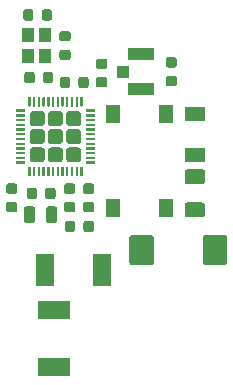
<source format=gbr>
G04 #@! TF.GenerationSoftware,KiCad,Pcbnew,5.1.5*
G04 #@! TF.CreationDate,2020-03-24T00:38:53+03:00*
G04 #@! TF.ProjectId,nordic-switch,6e6f7264-6963-42d7-9377-697463682e6b,1.0*
G04 #@! TF.SameCoordinates,Original*
G04 #@! TF.FileFunction,Paste,Top*
G04 #@! TF.FilePolarity,Positive*
%FSLAX46Y46*%
G04 Gerber Fmt 4.6, Leading zero omitted, Abs format (unit mm)*
G04 Created by KiCad (PCBNEW 5.1.5) date 2020-03-24 00:38:53*
%MOMM*%
%LPD*%
G04 APERTURE LIST*
%ADD10C,0.100000*%
%ADD11R,2.200000X1.050000*%
%ADD12R,1.050000X1.000000*%
%ADD13R,1.700000X1.300000*%
%ADD14R,1.500000X2.700000*%
%ADD15R,2.700000X1.500000*%
%ADD16R,1.000000X1.150000*%
%ADD17R,1.300000X1.550000*%
G04 APERTURE END LIST*
D10*
G36*
X135367642Y-103601174D02*
G01*
X135391303Y-103604684D01*
X135414507Y-103610496D01*
X135437029Y-103618554D01*
X135458653Y-103628782D01*
X135479170Y-103641079D01*
X135498383Y-103655329D01*
X135516107Y-103671393D01*
X135532171Y-103689117D01*
X135546421Y-103708330D01*
X135558718Y-103728847D01*
X135568946Y-103750471D01*
X135577004Y-103772993D01*
X135582816Y-103796197D01*
X135586326Y-103819858D01*
X135587500Y-103843750D01*
X135587500Y-104756250D01*
X135586326Y-104780142D01*
X135582816Y-104803803D01*
X135577004Y-104827007D01*
X135568946Y-104849529D01*
X135558718Y-104871153D01*
X135546421Y-104891670D01*
X135532171Y-104910883D01*
X135516107Y-104928607D01*
X135498383Y-104944671D01*
X135479170Y-104958921D01*
X135458653Y-104971218D01*
X135437029Y-104981446D01*
X135414507Y-104989504D01*
X135391303Y-104995316D01*
X135367642Y-104998826D01*
X135343750Y-105000000D01*
X134856250Y-105000000D01*
X134832358Y-104998826D01*
X134808697Y-104995316D01*
X134785493Y-104989504D01*
X134762971Y-104981446D01*
X134741347Y-104971218D01*
X134720830Y-104958921D01*
X134701617Y-104944671D01*
X134683893Y-104928607D01*
X134667829Y-104910883D01*
X134653579Y-104891670D01*
X134641282Y-104871153D01*
X134631054Y-104849529D01*
X134622996Y-104827007D01*
X134617184Y-104803803D01*
X134613674Y-104780142D01*
X134612500Y-104756250D01*
X134612500Y-103843750D01*
X134613674Y-103819858D01*
X134617184Y-103796197D01*
X134622996Y-103772993D01*
X134631054Y-103750471D01*
X134641282Y-103728847D01*
X134653579Y-103708330D01*
X134667829Y-103689117D01*
X134683893Y-103671393D01*
X134701617Y-103655329D01*
X134720830Y-103641079D01*
X134741347Y-103628782D01*
X134762971Y-103618554D01*
X134785493Y-103610496D01*
X134808697Y-103604684D01*
X134832358Y-103601174D01*
X134856250Y-103600000D01*
X135343750Y-103600000D01*
X135367642Y-103601174D01*
G37*
G36*
X137242642Y-103601174D02*
G01*
X137266303Y-103604684D01*
X137289507Y-103610496D01*
X137312029Y-103618554D01*
X137333653Y-103628782D01*
X137354170Y-103641079D01*
X137373383Y-103655329D01*
X137391107Y-103671393D01*
X137407171Y-103689117D01*
X137421421Y-103708330D01*
X137433718Y-103728847D01*
X137443946Y-103750471D01*
X137452004Y-103772993D01*
X137457816Y-103796197D01*
X137461326Y-103819858D01*
X137462500Y-103843750D01*
X137462500Y-104756250D01*
X137461326Y-104780142D01*
X137457816Y-104803803D01*
X137452004Y-104827007D01*
X137443946Y-104849529D01*
X137433718Y-104871153D01*
X137421421Y-104891670D01*
X137407171Y-104910883D01*
X137391107Y-104928607D01*
X137373383Y-104944671D01*
X137354170Y-104958921D01*
X137333653Y-104971218D01*
X137312029Y-104981446D01*
X137289507Y-104989504D01*
X137266303Y-104995316D01*
X137242642Y-104998826D01*
X137218750Y-105000000D01*
X136731250Y-105000000D01*
X136707358Y-104998826D01*
X136683697Y-104995316D01*
X136660493Y-104989504D01*
X136637971Y-104981446D01*
X136616347Y-104971218D01*
X136595830Y-104958921D01*
X136576617Y-104944671D01*
X136558893Y-104928607D01*
X136542829Y-104910883D01*
X136528579Y-104891670D01*
X136516282Y-104871153D01*
X136506054Y-104849529D01*
X136497996Y-104827007D01*
X136492184Y-104803803D01*
X136488674Y-104780142D01*
X136487500Y-104756250D01*
X136487500Y-103843750D01*
X136488674Y-103819858D01*
X136492184Y-103796197D01*
X136497996Y-103772993D01*
X136506054Y-103750471D01*
X136516282Y-103728847D01*
X136528579Y-103708330D01*
X136542829Y-103689117D01*
X136558893Y-103671393D01*
X136576617Y-103655329D01*
X136595830Y-103641079D01*
X136616347Y-103628782D01*
X136637971Y-103618554D01*
X136660493Y-103610496D01*
X136683697Y-103604684D01*
X136707358Y-103601174D01*
X136731250Y-103600000D01*
X137218750Y-103600000D01*
X137242642Y-103601174D01*
G37*
D11*
X144525000Y-93675000D03*
D12*
X143000000Y-92200000D03*
D11*
X144525000Y-90725000D03*
D13*
X149100000Y-95750000D03*
X149100000Y-99250000D03*
D10*
G36*
X149749504Y-100476204D02*
G01*
X149773773Y-100479804D01*
X149797571Y-100485765D01*
X149820671Y-100494030D01*
X149842849Y-100504520D01*
X149863893Y-100517133D01*
X149883598Y-100531747D01*
X149901777Y-100548223D01*
X149918253Y-100566402D01*
X149932867Y-100586107D01*
X149945480Y-100607151D01*
X149955970Y-100629329D01*
X149964235Y-100652429D01*
X149970196Y-100676227D01*
X149973796Y-100700496D01*
X149975000Y-100725000D01*
X149975000Y-101475000D01*
X149973796Y-101499504D01*
X149970196Y-101523773D01*
X149964235Y-101547571D01*
X149955970Y-101570671D01*
X149945480Y-101592849D01*
X149932867Y-101613893D01*
X149918253Y-101633598D01*
X149901777Y-101651777D01*
X149883598Y-101668253D01*
X149863893Y-101682867D01*
X149842849Y-101695480D01*
X149820671Y-101705970D01*
X149797571Y-101714235D01*
X149773773Y-101720196D01*
X149749504Y-101723796D01*
X149725000Y-101725000D01*
X148475000Y-101725000D01*
X148450496Y-101723796D01*
X148426227Y-101720196D01*
X148402429Y-101714235D01*
X148379329Y-101705970D01*
X148357151Y-101695480D01*
X148336107Y-101682867D01*
X148316402Y-101668253D01*
X148298223Y-101651777D01*
X148281747Y-101633598D01*
X148267133Y-101613893D01*
X148254520Y-101592849D01*
X148244030Y-101570671D01*
X148235765Y-101547571D01*
X148229804Y-101523773D01*
X148226204Y-101499504D01*
X148225000Y-101475000D01*
X148225000Y-100725000D01*
X148226204Y-100700496D01*
X148229804Y-100676227D01*
X148235765Y-100652429D01*
X148244030Y-100629329D01*
X148254520Y-100607151D01*
X148267133Y-100586107D01*
X148281747Y-100566402D01*
X148298223Y-100548223D01*
X148316402Y-100531747D01*
X148336107Y-100517133D01*
X148357151Y-100504520D01*
X148379329Y-100494030D01*
X148402429Y-100485765D01*
X148426227Y-100479804D01*
X148450496Y-100476204D01*
X148475000Y-100475000D01*
X149725000Y-100475000D01*
X149749504Y-100476204D01*
G37*
G36*
X149749504Y-103276204D02*
G01*
X149773773Y-103279804D01*
X149797571Y-103285765D01*
X149820671Y-103294030D01*
X149842849Y-103304520D01*
X149863893Y-103317133D01*
X149883598Y-103331747D01*
X149901777Y-103348223D01*
X149918253Y-103366402D01*
X149932867Y-103386107D01*
X149945480Y-103407151D01*
X149955970Y-103429329D01*
X149964235Y-103452429D01*
X149970196Y-103476227D01*
X149973796Y-103500496D01*
X149975000Y-103525000D01*
X149975000Y-104275000D01*
X149973796Y-104299504D01*
X149970196Y-104323773D01*
X149964235Y-104347571D01*
X149955970Y-104370671D01*
X149945480Y-104392849D01*
X149932867Y-104413893D01*
X149918253Y-104433598D01*
X149901777Y-104451777D01*
X149883598Y-104468253D01*
X149863893Y-104482867D01*
X149842849Y-104495480D01*
X149820671Y-104505970D01*
X149797571Y-104514235D01*
X149773773Y-104520196D01*
X149749504Y-104523796D01*
X149725000Y-104525000D01*
X148475000Y-104525000D01*
X148450496Y-104523796D01*
X148426227Y-104520196D01*
X148402429Y-104514235D01*
X148379329Y-104505970D01*
X148357151Y-104495480D01*
X148336107Y-104482867D01*
X148316402Y-104468253D01*
X148298223Y-104451777D01*
X148281747Y-104433598D01*
X148267133Y-104413893D01*
X148254520Y-104392849D01*
X148244030Y-104370671D01*
X148235765Y-104347571D01*
X148229804Y-104323773D01*
X148226204Y-104299504D01*
X148225000Y-104275000D01*
X148225000Y-103525000D01*
X148226204Y-103500496D01*
X148229804Y-103476227D01*
X148235765Y-103452429D01*
X148244030Y-103429329D01*
X148254520Y-103407151D01*
X148267133Y-103386107D01*
X148281747Y-103366402D01*
X148298223Y-103348223D01*
X148316402Y-103331747D01*
X148336107Y-103317133D01*
X148357151Y-103304520D01*
X148379329Y-103294030D01*
X148402429Y-103285765D01*
X148426227Y-103279804D01*
X148450496Y-103276204D01*
X148475000Y-103275000D01*
X149725000Y-103275000D01*
X149749504Y-103276204D01*
G37*
G36*
X141477691Y-92663553D02*
G01*
X141498926Y-92666703D01*
X141519750Y-92671919D01*
X141539962Y-92679151D01*
X141559368Y-92688330D01*
X141577781Y-92699366D01*
X141595024Y-92712154D01*
X141610930Y-92726570D01*
X141625346Y-92742476D01*
X141638134Y-92759719D01*
X141649170Y-92778132D01*
X141658349Y-92797538D01*
X141665581Y-92817750D01*
X141670797Y-92838574D01*
X141673947Y-92859809D01*
X141675000Y-92881250D01*
X141675000Y-93318750D01*
X141673947Y-93340191D01*
X141670797Y-93361426D01*
X141665581Y-93382250D01*
X141658349Y-93402462D01*
X141649170Y-93421868D01*
X141638134Y-93440281D01*
X141625346Y-93457524D01*
X141610930Y-93473430D01*
X141595024Y-93487846D01*
X141577781Y-93500634D01*
X141559368Y-93511670D01*
X141539962Y-93520849D01*
X141519750Y-93528081D01*
X141498926Y-93533297D01*
X141477691Y-93536447D01*
X141456250Y-93537500D01*
X140943750Y-93537500D01*
X140922309Y-93536447D01*
X140901074Y-93533297D01*
X140880250Y-93528081D01*
X140860038Y-93520849D01*
X140840632Y-93511670D01*
X140822219Y-93500634D01*
X140804976Y-93487846D01*
X140789070Y-93473430D01*
X140774654Y-93457524D01*
X140761866Y-93440281D01*
X140750830Y-93421868D01*
X140741651Y-93402462D01*
X140734419Y-93382250D01*
X140729203Y-93361426D01*
X140726053Y-93340191D01*
X140725000Y-93318750D01*
X140725000Y-92881250D01*
X140726053Y-92859809D01*
X140729203Y-92838574D01*
X140734419Y-92817750D01*
X140741651Y-92797538D01*
X140750830Y-92778132D01*
X140761866Y-92759719D01*
X140774654Y-92742476D01*
X140789070Y-92726570D01*
X140804976Y-92712154D01*
X140822219Y-92699366D01*
X140840632Y-92688330D01*
X140860038Y-92679151D01*
X140880250Y-92671919D01*
X140901074Y-92666703D01*
X140922309Y-92663553D01*
X140943750Y-92662500D01*
X141456250Y-92662500D01*
X141477691Y-92663553D01*
G37*
G36*
X141477691Y-91088553D02*
G01*
X141498926Y-91091703D01*
X141519750Y-91096919D01*
X141539962Y-91104151D01*
X141559368Y-91113330D01*
X141577781Y-91124366D01*
X141595024Y-91137154D01*
X141610930Y-91151570D01*
X141625346Y-91167476D01*
X141638134Y-91184719D01*
X141649170Y-91203132D01*
X141658349Y-91222538D01*
X141665581Y-91242750D01*
X141670797Y-91263574D01*
X141673947Y-91284809D01*
X141675000Y-91306250D01*
X141675000Y-91743750D01*
X141673947Y-91765191D01*
X141670797Y-91786426D01*
X141665581Y-91807250D01*
X141658349Y-91827462D01*
X141649170Y-91846868D01*
X141638134Y-91865281D01*
X141625346Y-91882524D01*
X141610930Y-91898430D01*
X141595024Y-91912846D01*
X141577781Y-91925634D01*
X141559368Y-91936670D01*
X141539962Y-91945849D01*
X141519750Y-91953081D01*
X141498926Y-91958297D01*
X141477691Y-91961447D01*
X141456250Y-91962500D01*
X140943750Y-91962500D01*
X140922309Y-91961447D01*
X140901074Y-91958297D01*
X140880250Y-91953081D01*
X140860038Y-91945849D01*
X140840632Y-91936670D01*
X140822219Y-91925634D01*
X140804976Y-91912846D01*
X140789070Y-91898430D01*
X140774654Y-91882524D01*
X140761866Y-91865281D01*
X140750830Y-91846868D01*
X140741651Y-91827462D01*
X140734419Y-91807250D01*
X140729203Y-91786426D01*
X140726053Y-91765191D01*
X140725000Y-91743750D01*
X140725000Y-91306250D01*
X140726053Y-91284809D01*
X140729203Y-91263574D01*
X140734419Y-91242750D01*
X140741651Y-91222538D01*
X140750830Y-91203132D01*
X140761866Y-91184719D01*
X140774654Y-91167476D01*
X140789070Y-91151570D01*
X140804976Y-91137154D01*
X140822219Y-91124366D01*
X140840632Y-91113330D01*
X140860038Y-91104151D01*
X140880250Y-91096919D01*
X140901074Y-91091703D01*
X140922309Y-91088553D01*
X140943750Y-91087500D01*
X141456250Y-91087500D01*
X141477691Y-91088553D01*
G37*
G36*
X139915191Y-92626053D02*
G01*
X139936426Y-92629203D01*
X139957250Y-92634419D01*
X139977462Y-92641651D01*
X139996868Y-92650830D01*
X140015281Y-92661866D01*
X140032524Y-92674654D01*
X140048430Y-92689070D01*
X140062846Y-92704976D01*
X140075634Y-92722219D01*
X140086670Y-92740632D01*
X140095849Y-92760038D01*
X140103081Y-92780250D01*
X140108297Y-92801074D01*
X140111447Y-92822309D01*
X140112500Y-92843750D01*
X140112500Y-93356250D01*
X140111447Y-93377691D01*
X140108297Y-93398926D01*
X140103081Y-93419750D01*
X140095849Y-93439962D01*
X140086670Y-93459368D01*
X140075634Y-93477781D01*
X140062846Y-93495024D01*
X140048430Y-93510930D01*
X140032524Y-93525346D01*
X140015281Y-93538134D01*
X139996868Y-93549170D01*
X139977462Y-93558349D01*
X139957250Y-93565581D01*
X139936426Y-93570797D01*
X139915191Y-93573947D01*
X139893750Y-93575000D01*
X139456250Y-93575000D01*
X139434809Y-93573947D01*
X139413574Y-93570797D01*
X139392750Y-93565581D01*
X139372538Y-93558349D01*
X139353132Y-93549170D01*
X139334719Y-93538134D01*
X139317476Y-93525346D01*
X139301570Y-93510930D01*
X139287154Y-93495024D01*
X139274366Y-93477781D01*
X139263330Y-93459368D01*
X139254151Y-93439962D01*
X139246919Y-93419750D01*
X139241703Y-93398926D01*
X139238553Y-93377691D01*
X139237500Y-93356250D01*
X139237500Y-92843750D01*
X139238553Y-92822309D01*
X139241703Y-92801074D01*
X139246919Y-92780250D01*
X139254151Y-92760038D01*
X139263330Y-92740632D01*
X139274366Y-92722219D01*
X139287154Y-92704976D01*
X139301570Y-92689070D01*
X139317476Y-92674654D01*
X139334719Y-92661866D01*
X139353132Y-92650830D01*
X139372538Y-92641651D01*
X139392750Y-92634419D01*
X139413574Y-92629203D01*
X139434809Y-92626053D01*
X139456250Y-92625000D01*
X139893750Y-92625000D01*
X139915191Y-92626053D01*
G37*
G36*
X138340191Y-92626053D02*
G01*
X138361426Y-92629203D01*
X138382250Y-92634419D01*
X138402462Y-92641651D01*
X138421868Y-92650830D01*
X138440281Y-92661866D01*
X138457524Y-92674654D01*
X138473430Y-92689070D01*
X138487846Y-92704976D01*
X138500634Y-92722219D01*
X138511670Y-92740632D01*
X138520849Y-92760038D01*
X138528081Y-92780250D01*
X138533297Y-92801074D01*
X138536447Y-92822309D01*
X138537500Y-92843750D01*
X138537500Y-93356250D01*
X138536447Y-93377691D01*
X138533297Y-93398926D01*
X138528081Y-93419750D01*
X138520849Y-93439962D01*
X138511670Y-93459368D01*
X138500634Y-93477781D01*
X138487846Y-93495024D01*
X138473430Y-93510930D01*
X138457524Y-93525346D01*
X138440281Y-93538134D01*
X138421868Y-93549170D01*
X138402462Y-93558349D01*
X138382250Y-93565581D01*
X138361426Y-93570797D01*
X138340191Y-93573947D01*
X138318750Y-93575000D01*
X137881250Y-93575000D01*
X137859809Y-93573947D01*
X137838574Y-93570797D01*
X137817750Y-93565581D01*
X137797538Y-93558349D01*
X137778132Y-93549170D01*
X137759719Y-93538134D01*
X137742476Y-93525346D01*
X137726570Y-93510930D01*
X137712154Y-93495024D01*
X137699366Y-93477781D01*
X137688330Y-93459368D01*
X137679151Y-93439962D01*
X137671919Y-93419750D01*
X137666703Y-93398926D01*
X137663553Y-93377691D01*
X137662500Y-93356250D01*
X137662500Y-92843750D01*
X137663553Y-92822309D01*
X137666703Y-92801074D01*
X137671919Y-92780250D01*
X137679151Y-92760038D01*
X137688330Y-92740632D01*
X137699366Y-92722219D01*
X137712154Y-92704976D01*
X137726570Y-92689070D01*
X137742476Y-92674654D01*
X137759719Y-92661866D01*
X137778132Y-92650830D01*
X137797538Y-92641651D01*
X137817750Y-92634419D01*
X137838574Y-92629203D01*
X137859809Y-92626053D01*
X137881250Y-92625000D01*
X138318750Y-92625000D01*
X138340191Y-92626053D01*
G37*
G36*
X140340191Y-104826053D02*
G01*
X140361426Y-104829203D01*
X140382250Y-104834419D01*
X140402462Y-104841651D01*
X140421868Y-104850830D01*
X140440281Y-104861866D01*
X140457524Y-104874654D01*
X140473430Y-104889070D01*
X140487846Y-104904976D01*
X140500634Y-104922219D01*
X140511670Y-104940632D01*
X140520849Y-104960038D01*
X140528081Y-104980250D01*
X140533297Y-105001074D01*
X140536447Y-105022309D01*
X140537500Y-105043750D01*
X140537500Y-105556250D01*
X140536447Y-105577691D01*
X140533297Y-105598926D01*
X140528081Y-105619750D01*
X140520849Y-105639962D01*
X140511670Y-105659368D01*
X140500634Y-105677781D01*
X140487846Y-105695024D01*
X140473430Y-105710930D01*
X140457524Y-105725346D01*
X140440281Y-105738134D01*
X140421868Y-105749170D01*
X140402462Y-105758349D01*
X140382250Y-105765581D01*
X140361426Y-105770797D01*
X140340191Y-105773947D01*
X140318750Y-105775000D01*
X139881250Y-105775000D01*
X139859809Y-105773947D01*
X139838574Y-105770797D01*
X139817750Y-105765581D01*
X139797538Y-105758349D01*
X139778132Y-105749170D01*
X139759719Y-105738134D01*
X139742476Y-105725346D01*
X139726570Y-105710930D01*
X139712154Y-105695024D01*
X139699366Y-105677781D01*
X139688330Y-105659368D01*
X139679151Y-105639962D01*
X139671919Y-105619750D01*
X139666703Y-105598926D01*
X139663553Y-105577691D01*
X139662500Y-105556250D01*
X139662500Y-105043750D01*
X139663553Y-105022309D01*
X139666703Y-105001074D01*
X139671919Y-104980250D01*
X139679151Y-104960038D01*
X139688330Y-104940632D01*
X139699366Y-104922219D01*
X139712154Y-104904976D01*
X139726570Y-104889070D01*
X139742476Y-104874654D01*
X139759719Y-104861866D01*
X139778132Y-104850830D01*
X139797538Y-104841651D01*
X139817750Y-104834419D01*
X139838574Y-104829203D01*
X139859809Y-104826053D01*
X139881250Y-104825000D01*
X140318750Y-104825000D01*
X140340191Y-104826053D01*
G37*
G36*
X138765191Y-104826053D02*
G01*
X138786426Y-104829203D01*
X138807250Y-104834419D01*
X138827462Y-104841651D01*
X138846868Y-104850830D01*
X138865281Y-104861866D01*
X138882524Y-104874654D01*
X138898430Y-104889070D01*
X138912846Y-104904976D01*
X138925634Y-104922219D01*
X138936670Y-104940632D01*
X138945849Y-104960038D01*
X138953081Y-104980250D01*
X138958297Y-105001074D01*
X138961447Y-105022309D01*
X138962500Y-105043750D01*
X138962500Y-105556250D01*
X138961447Y-105577691D01*
X138958297Y-105598926D01*
X138953081Y-105619750D01*
X138945849Y-105639962D01*
X138936670Y-105659368D01*
X138925634Y-105677781D01*
X138912846Y-105695024D01*
X138898430Y-105710930D01*
X138882524Y-105725346D01*
X138865281Y-105738134D01*
X138846868Y-105749170D01*
X138827462Y-105758349D01*
X138807250Y-105765581D01*
X138786426Y-105770797D01*
X138765191Y-105773947D01*
X138743750Y-105775000D01*
X138306250Y-105775000D01*
X138284809Y-105773947D01*
X138263574Y-105770797D01*
X138242750Y-105765581D01*
X138222538Y-105758349D01*
X138203132Y-105749170D01*
X138184719Y-105738134D01*
X138167476Y-105725346D01*
X138151570Y-105710930D01*
X138137154Y-105695024D01*
X138124366Y-105677781D01*
X138113330Y-105659368D01*
X138104151Y-105639962D01*
X138096919Y-105619750D01*
X138091703Y-105598926D01*
X138088553Y-105577691D01*
X138087500Y-105556250D01*
X138087500Y-105043750D01*
X138088553Y-105022309D01*
X138091703Y-105001074D01*
X138096919Y-104980250D01*
X138104151Y-104960038D01*
X138113330Y-104940632D01*
X138124366Y-104922219D01*
X138137154Y-104904976D01*
X138151570Y-104889070D01*
X138167476Y-104874654D01*
X138184719Y-104861866D01*
X138203132Y-104850830D01*
X138222538Y-104841651D01*
X138242750Y-104834419D01*
X138263574Y-104829203D01*
X138284809Y-104826053D01*
X138306250Y-104825000D01*
X138743750Y-104825000D01*
X138765191Y-104826053D01*
G37*
G36*
X147377691Y-90976053D02*
G01*
X147398926Y-90979203D01*
X147419750Y-90984419D01*
X147439962Y-90991651D01*
X147459368Y-91000830D01*
X147477781Y-91011866D01*
X147495024Y-91024654D01*
X147510930Y-91039070D01*
X147525346Y-91054976D01*
X147538134Y-91072219D01*
X147549170Y-91090632D01*
X147558349Y-91110038D01*
X147565581Y-91130250D01*
X147570797Y-91151074D01*
X147573947Y-91172309D01*
X147575000Y-91193750D01*
X147575000Y-91631250D01*
X147573947Y-91652691D01*
X147570797Y-91673926D01*
X147565581Y-91694750D01*
X147558349Y-91714962D01*
X147549170Y-91734368D01*
X147538134Y-91752781D01*
X147525346Y-91770024D01*
X147510930Y-91785930D01*
X147495024Y-91800346D01*
X147477781Y-91813134D01*
X147459368Y-91824170D01*
X147439962Y-91833349D01*
X147419750Y-91840581D01*
X147398926Y-91845797D01*
X147377691Y-91848947D01*
X147356250Y-91850000D01*
X146843750Y-91850000D01*
X146822309Y-91848947D01*
X146801074Y-91845797D01*
X146780250Y-91840581D01*
X146760038Y-91833349D01*
X146740632Y-91824170D01*
X146722219Y-91813134D01*
X146704976Y-91800346D01*
X146689070Y-91785930D01*
X146674654Y-91770024D01*
X146661866Y-91752781D01*
X146650830Y-91734368D01*
X146641651Y-91714962D01*
X146634419Y-91694750D01*
X146629203Y-91673926D01*
X146626053Y-91652691D01*
X146625000Y-91631250D01*
X146625000Y-91193750D01*
X146626053Y-91172309D01*
X146629203Y-91151074D01*
X146634419Y-91130250D01*
X146641651Y-91110038D01*
X146650830Y-91090632D01*
X146661866Y-91072219D01*
X146674654Y-91054976D01*
X146689070Y-91039070D01*
X146704976Y-91024654D01*
X146722219Y-91011866D01*
X146740632Y-91000830D01*
X146760038Y-90991651D01*
X146780250Y-90984419D01*
X146801074Y-90979203D01*
X146822309Y-90976053D01*
X146843750Y-90975000D01*
X147356250Y-90975000D01*
X147377691Y-90976053D01*
G37*
G36*
X147377691Y-92551053D02*
G01*
X147398926Y-92554203D01*
X147419750Y-92559419D01*
X147439962Y-92566651D01*
X147459368Y-92575830D01*
X147477781Y-92586866D01*
X147495024Y-92599654D01*
X147510930Y-92614070D01*
X147525346Y-92629976D01*
X147538134Y-92647219D01*
X147549170Y-92665632D01*
X147558349Y-92685038D01*
X147565581Y-92705250D01*
X147570797Y-92726074D01*
X147573947Y-92747309D01*
X147575000Y-92768750D01*
X147575000Y-93206250D01*
X147573947Y-93227691D01*
X147570797Y-93248926D01*
X147565581Y-93269750D01*
X147558349Y-93289962D01*
X147549170Y-93309368D01*
X147538134Y-93327781D01*
X147525346Y-93345024D01*
X147510930Y-93360930D01*
X147495024Y-93375346D01*
X147477781Y-93388134D01*
X147459368Y-93399170D01*
X147439962Y-93408349D01*
X147419750Y-93415581D01*
X147398926Y-93420797D01*
X147377691Y-93423947D01*
X147356250Y-93425000D01*
X146843750Y-93425000D01*
X146822309Y-93423947D01*
X146801074Y-93420797D01*
X146780250Y-93415581D01*
X146760038Y-93408349D01*
X146740632Y-93399170D01*
X146722219Y-93388134D01*
X146704976Y-93375346D01*
X146689070Y-93360930D01*
X146674654Y-93345024D01*
X146661866Y-93327781D01*
X146650830Y-93309368D01*
X146641651Y-93289962D01*
X146634419Y-93269750D01*
X146629203Y-93248926D01*
X146626053Y-93227691D01*
X146625000Y-93206250D01*
X146625000Y-92768750D01*
X146626053Y-92747309D01*
X146629203Y-92726074D01*
X146634419Y-92705250D01*
X146641651Y-92685038D01*
X146650830Y-92665632D01*
X146661866Y-92647219D01*
X146674654Y-92629976D01*
X146689070Y-92614070D01*
X146704976Y-92599654D01*
X146722219Y-92586866D01*
X146740632Y-92575830D01*
X146760038Y-92566651D01*
X146780250Y-92559419D01*
X146801074Y-92554203D01*
X146822309Y-92551053D01*
X146843750Y-92550000D01*
X147356250Y-92550000D01*
X147377691Y-92551053D01*
G37*
D14*
X136400000Y-109000000D03*
X141200000Y-109000000D03*
D15*
X137200000Y-117200000D03*
X137200000Y-112400000D03*
D10*
G36*
X151624504Y-106026204D02*
G01*
X151648773Y-106029804D01*
X151672571Y-106035765D01*
X151695671Y-106044030D01*
X151717849Y-106054520D01*
X151738893Y-106067133D01*
X151758598Y-106081747D01*
X151776777Y-106098223D01*
X151793253Y-106116402D01*
X151807867Y-106136107D01*
X151820480Y-106157151D01*
X151830970Y-106179329D01*
X151839235Y-106202429D01*
X151845196Y-106226227D01*
X151848796Y-106250496D01*
X151850000Y-106275000D01*
X151850000Y-108325000D01*
X151848796Y-108349504D01*
X151845196Y-108373773D01*
X151839235Y-108397571D01*
X151830970Y-108420671D01*
X151820480Y-108442849D01*
X151807867Y-108463893D01*
X151793253Y-108483598D01*
X151776777Y-108501777D01*
X151758598Y-108518253D01*
X151738893Y-108532867D01*
X151717849Y-108545480D01*
X151695671Y-108555970D01*
X151672571Y-108564235D01*
X151648773Y-108570196D01*
X151624504Y-108573796D01*
X151600000Y-108575000D01*
X150025000Y-108575000D01*
X150000496Y-108573796D01*
X149976227Y-108570196D01*
X149952429Y-108564235D01*
X149929329Y-108555970D01*
X149907151Y-108545480D01*
X149886107Y-108532867D01*
X149866402Y-108518253D01*
X149848223Y-108501777D01*
X149831747Y-108483598D01*
X149817133Y-108463893D01*
X149804520Y-108442849D01*
X149794030Y-108420671D01*
X149785765Y-108397571D01*
X149779804Y-108373773D01*
X149776204Y-108349504D01*
X149775000Y-108325000D01*
X149775000Y-106275000D01*
X149776204Y-106250496D01*
X149779804Y-106226227D01*
X149785765Y-106202429D01*
X149794030Y-106179329D01*
X149804520Y-106157151D01*
X149817133Y-106136107D01*
X149831747Y-106116402D01*
X149848223Y-106098223D01*
X149866402Y-106081747D01*
X149886107Y-106067133D01*
X149907151Y-106054520D01*
X149929329Y-106044030D01*
X149952429Y-106035765D01*
X149976227Y-106029804D01*
X150000496Y-106026204D01*
X150025000Y-106025000D01*
X151600000Y-106025000D01*
X151624504Y-106026204D01*
G37*
G36*
X145399504Y-106026204D02*
G01*
X145423773Y-106029804D01*
X145447571Y-106035765D01*
X145470671Y-106044030D01*
X145492849Y-106054520D01*
X145513893Y-106067133D01*
X145533598Y-106081747D01*
X145551777Y-106098223D01*
X145568253Y-106116402D01*
X145582867Y-106136107D01*
X145595480Y-106157151D01*
X145605970Y-106179329D01*
X145614235Y-106202429D01*
X145620196Y-106226227D01*
X145623796Y-106250496D01*
X145625000Y-106275000D01*
X145625000Y-108325000D01*
X145623796Y-108349504D01*
X145620196Y-108373773D01*
X145614235Y-108397571D01*
X145605970Y-108420671D01*
X145595480Y-108442849D01*
X145582867Y-108463893D01*
X145568253Y-108483598D01*
X145551777Y-108501777D01*
X145533598Y-108518253D01*
X145513893Y-108532867D01*
X145492849Y-108545480D01*
X145470671Y-108555970D01*
X145447571Y-108564235D01*
X145423773Y-108570196D01*
X145399504Y-108573796D01*
X145375000Y-108575000D01*
X143800000Y-108575000D01*
X143775496Y-108573796D01*
X143751227Y-108570196D01*
X143727429Y-108564235D01*
X143704329Y-108555970D01*
X143682151Y-108545480D01*
X143661107Y-108532867D01*
X143641402Y-108518253D01*
X143623223Y-108501777D01*
X143606747Y-108483598D01*
X143592133Y-108463893D01*
X143579520Y-108442849D01*
X143569030Y-108420671D01*
X143560765Y-108397571D01*
X143554804Y-108373773D01*
X143551204Y-108349504D01*
X143550000Y-108325000D01*
X143550000Y-106275000D01*
X143551204Y-106250496D01*
X143554804Y-106226227D01*
X143560765Y-106202429D01*
X143569030Y-106179329D01*
X143579520Y-106157151D01*
X143592133Y-106136107D01*
X143606747Y-106116402D01*
X143623223Y-106098223D01*
X143641402Y-106081747D01*
X143661107Y-106067133D01*
X143682151Y-106054520D01*
X143704329Y-106044030D01*
X143727429Y-106035765D01*
X143751227Y-106029804D01*
X143775496Y-106026204D01*
X143800000Y-106025000D01*
X145375000Y-106025000D01*
X145399504Y-106026204D01*
G37*
D16*
X136400000Y-90850000D03*
X136400000Y-89100000D03*
X135000000Y-89100000D03*
X135000000Y-90850000D03*
D10*
G36*
X136164504Y-98611204D02*
G01*
X136188773Y-98614804D01*
X136212571Y-98620765D01*
X136235671Y-98629030D01*
X136257849Y-98639520D01*
X136278893Y-98652133D01*
X136298598Y-98666747D01*
X136316777Y-98683223D01*
X136333253Y-98701402D01*
X136347867Y-98721107D01*
X136360480Y-98742151D01*
X136370970Y-98764329D01*
X136379235Y-98787429D01*
X136385196Y-98811227D01*
X136388796Y-98835496D01*
X136390000Y-98860000D01*
X136390000Y-99600000D01*
X136388796Y-99624504D01*
X136385196Y-99648773D01*
X136379235Y-99672571D01*
X136370970Y-99695671D01*
X136360480Y-99717849D01*
X136347867Y-99738893D01*
X136333253Y-99758598D01*
X136316777Y-99776777D01*
X136298598Y-99793253D01*
X136278893Y-99807867D01*
X136257849Y-99820480D01*
X136235671Y-99830970D01*
X136212571Y-99839235D01*
X136188773Y-99845196D01*
X136164504Y-99848796D01*
X136140000Y-99850000D01*
X135400000Y-99850000D01*
X135375496Y-99848796D01*
X135351227Y-99845196D01*
X135327429Y-99839235D01*
X135304329Y-99830970D01*
X135282151Y-99820480D01*
X135261107Y-99807867D01*
X135241402Y-99793253D01*
X135223223Y-99776777D01*
X135206747Y-99758598D01*
X135192133Y-99738893D01*
X135179520Y-99717849D01*
X135169030Y-99695671D01*
X135160765Y-99672571D01*
X135154804Y-99648773D01*
X135151204Y-99624504D01*
X135150000Y-99600000D01*
X135150000Y-98860000D01*
X135151204Y-98835496D01*
X135154804Y-98811227D01*
X135160765Y-98787429D01*
X135169030Y-98764329D01*
X135179520Y-98742151D01*
X135192133Y-98721107D01*
X135206747Y-98701402D01*
X135223223Y-98683223D01*
X135241402Y-98666747D01*
X135261107Y-98652133D01*
X135282151Y-98639520D01*
X135304329Y-98629030D01*
X135327429Y-98620765D01*
X135351227Y-98614804D01*
X135375496Y-98611204D01*
X135400000Y-98610000D01*
X136140000Y-98610000D01*
X136164504Y-98611204D01*
G37*
G36*
X137694504Y-98611204D02*
G01*
X137718773Y-98614804D01*
X137742571Y-98620765D01*
X137765671Y-98629030D01*
X137787849Y-98639520D01*
X137808893Y-98652133D01*
X137828598Y-98666747D01*
X137846777Y-98683223D01*
X137863253Y-98701402D01*
X137877867Y-98721107D01*
X137890480Y-98742151D01*
X137900970Y-98764329D01*
X137909235Y-98787429D01*
X137915196Y-98811227D01*
X137918796Y-98835496D01*
X137920000Y-98860000D01*
X137920000Y-99600000D01*
X137918796Y-99624504D01*
X137915196Y-99648773D01*
X137909235Y-99672571D01*
X137900970Y-99695671D01*
X137890480Y-99717849D01*
X137877867Y-99738893D01*
X137863253Y-99758598D01*
X137846777Y-99776777D01*
X137828598Y-99793253D01*
X137808893Y-99807867D01*
X137787849Y-99820480D01*
X137765671Y-99830970D01*
X137742571Y-99839235D01*
X137718773Y-99845196D01*
X137694504Y-99848796D01*
X137670000Y-99850000D01*
X136930000Y-99850000D01*
X136905496Y-99848796D01*
X136881227Y-99845196D01*
X136857429Y-99839235D01*
X136834329Y-99830970D01*
X136812151Y-99820480D01*
X136791107Y-99807867D01*
X136771402Y-99793253D01*
X136753223Y-99776777D01*
X136736747Y-99758598D01*
X136722133Y-99738893D01*
X136709520Y-99717849D01*
X136699030Y-99695671D01*
X136690765Y-99672571D01*
X136684804Y-99648773D01*
X136681204Y-99624504D01*
X136680000Y-99600000D01*
X136680000Y-98860000D01*
X136681204Y-98835496D01*
X136684804Y-98811227D01*
X136690765Y-98787429D01*
X136699030Y-98764329D01*
X136709520Y-98742151D01*
X136722133Y-98721107D01*
X136736747Y-98701402D01*
X136753223Y-98683223D01*
X136771402Y-98666747D01*
X136791107Y-98652133D01*
X136812151Y-98639520D01*
X136834329Y-98629030D01*
X136857429Y-98620765D01*
X136881227Y-98614804D01*
X136905496Y-98611204D01*
X136930000Y-98610000D01*
X137670000Y-98610000D01*
X137694504Y-98611204D01*
G37*
G36*
X139224504Y-98611204D02*
G01*
X139248773Y-98614804D01*
X139272571Y-98620765D01*
X139295671Y-98629030D01*
X139317849Y-98639520D01*
X139338893Y-98652133D01*
X139358598Y-98666747D01*
X139376777Y-98683223D01*
X139393253Y-98701402D01*
X139407867Y-98721107D01*
X139420480Y-98742151D01*
X139430970Y-98764329D01*
X139439235Y-98787429D01*
X139445196Y-98811227D01*
X139448796Y-98835496D01*
X139450000Y-98860000D01*
X139450000Y-99600000D01*
X139448796Y-99624504D01*
X139445196Y-99648773D01*
X139439235Y-99672571D01*
X139430970Y-99695671D01*
X139420480Y-99717849D01*
X139407867Y-99738893D01*
X139393253Y-99758598D01*
X139376777Y-99776777D01*
X139358598Y-99793253D01*
X139338893Y-99807867D01*
X139317849Y-99820480D01*
X139295671Y-99830970D01*
X139272571Y-99839235D01*
X139248773Y-99845196D01*
X139224504Y-99848796D01*
X139200000Y-99850000D01*
X138460000Y-99850000D01*
X138435496Y-99848796D01*
X138411227Y-99845196D01*
X138387429Y-99839235D01*
X138364329Y-99830970D01*
X138342151Y-99820480D01*
X138321107Y-99807867D01*
X138301402Y-99793253D01*
X138283223Y-99776777D01*
X138266747Y-99758598D01*
X138252133Y-99738893D01*
X138239520Y-99717849D01*
X138229030Y-99695671D01*
X138220765Y-99672571D01*
X138214804Y-99648773D01*
X138211204Y-99624504D01*
X138210000Y-99600000D01*
X138210000Y-98860000D01*
X138211204Y-98835496D01*
X138214804Y-98811227D01*
X138220765Y-98787429D01*
X138229030Y-98764329D01*
X138239520Y-98742151D01*
X138252133Y-98721107D01*
X138266747Y-98701402D01*
X138283223Y-98683223D01*
X138301402Y-98666747D01*
X138321107Y-98652133D01*
X138342151Y-98639520D01*
X138364329Y-98629030D01*
X138387429Y-98620765D01*
X138411227Y-98614804D01*
X138435496Y-98611204D01*
X138460000Y-98610000D01*
X139200000Y-98610000D01*
X139224504Y-98611204D01*
G37*
G36*
X136164504Y-97081204D02*
G01*
X136188773Y-97084804D01*
X136212571Y-97090765D01*
X136235671Y-97099030D01*
X136257849Y-97109520D01*
X136278893Y-97122133D01*
X136298598Y-97136747D01*
X136316777Y-97153223D01*
X136333253Y-97171402D01*
X136347867Y-97191107D01*
X136360480Y-97212151D01*
X136370970Y-97234329D01*
X136379235Y-97257429D01*
X136385196Y-97281227D01*
X136388796Y-97305496D01*
X136390000Y-97330000D01*
X136390000Y-98070000D01*
X136388796Y-98094504D01*
X136385196Y-98118773D01*
X136379235Y-98142571D01*
X136370970Y-98165671D01*
X136360480Y-98187849D01*
X136347867Y-98208893D01*
X136333253Y-98228598D01*
X136316777Y-98246777D01*
X136298598Y-98263253D01*
X136278893Y-98277867D01*
X136257849Y-98290480D01*
X136235671Y-98300970D01*
X136212571Y-98309235D01*
X136188773Y-98315196D01*
X136164504Y-98318796D01*
X136140000Y-98320000D01*
X135400000Y-98320000D01*
X135375496Y-98318796D01*
X135351227Y-98315196D01*
X135327429Y-98309235D01*
X135304329Y-98300970D01*
X135282151Y-98290480D01*
X135261107Y-98277867D01*
X135241402Y-98263253D01*
X135223223Y-98246777D01*
X135206747Y-98228598D01*
X135192133Y-98208893D01*
X135179520Y-98187849D01*
X135169030Y-98165671D01*
X135160765Y-98142571D01*
X135154804Y-98118773D01*
X135151204Y-98094504D01*
X135150000Y-98070000D01*
X135150000Y-97330000D01*
X135151204Y-97305496D01*
X135154804Y-97281227D01*
X135160765Y-97257429D01*
X135169030Y-97234329D01*
X135179520Y-97212151D01*
X135192133Y-97191107D01*
X135206747Y-97171402D01*
X135223223Y-97153223D01*
X135241402Y-97136747D01*
X135261107Y-97122133D01*
X135282151Y-97109520D01*
X135304329Y-97099030D01*
X135327429Y-97090765D01*
X135351227Y-97084804D01*
X135375496Y-97081204D01*
X135400000Y-97080000D01*
X136140000Y-97080000D01*
X136164504Y-97081204D01*
G37*
G36*
X137694504Y-97081204D02*
G01*
X137718773Y-97084804D01*
X137742571Y-97090765D01*
X137765671Y-97099030D01*
X137787849Y-97109520D01*
X137808893Y-97122133D01*
X137828598Y-97136747D01*
X137846777Y-97153223D01*
X137863253Y-97171402D01*
X137877867Y-97191107D01*
X137890480Y-97212151D01*
X137900970Y-97234329D01*
X137909235Y-97257429D01*
X137915196Y-97281227D01*
X137918796Y-97305496D01*
X137920000Y-97330000D01*
X137920000Y-98070000D01*
X137918796Y-98094504D01*
X137915196Y-98118773D01*
X137909235Y-98142571D01*
X137900970Y-98165671D01*
X137890480Y-98187849D01*
X137877867Y-98208893D01*
X137863253Y-98228598D01*
X137846777Y-98246777D01*
X137828598Y-98263253D01*
X137808893Y-98277867D01*
X137787849Y-98290480D01*
X137765671Y-98300970D01*
X137742571Y-98309235D01*
X137718773Y-98315196D01*
X137694504Y-98318796D01*
X137670000Y-98320000D01*
X136930000Y-98320000D01*
X136905496Y-98318796D01*
X136881227Y-98315196D01*
X136857429Y-98309235D01*
X136834329Y-98300970D01*
X136812151Y-98290480D01*
X136791107Y-98277867D01*
X136771402Y-98263253D01*
X136753223Y-98246777D01*
X136736747Y-98228598D01*
X136722133Y-98208893D01*
X136709520Y-98187849D01*
X136699030Y-98165671D01*
X136690765Y-98142571D01*
X136684804Y-98118773D01*
X136681204Y-98094504D01*
X136680000Y-98070000D01*
X136680000Y-97330000D01*
X136681204Y-97305496D01*
X136684804Y-97281227D01*
X136690765Y-97257429D01*
X136699030Y-97234329D01*
X136709520Y-97212151D01*
X136722133Y-97191107D01*
X136736747Y-97171402D01*
X136753223Y-97153223D01*
X136771402Y-97136747D01*
X136791107Y-97122133D01*
X136812151Y-97109520D01*
X136834329Y-97099030D01*
X136857429Y-97090765D01*
X136881227Y-97084804D01*
X136905496Y-97081204D01*
X136930000Y-97080000D01*
X137670000Y-97080000D01*
X137694504Y-97081204D01*
G37*
G36*
X139224504Y-97081204D02*
G01*
X139248773Y-97084804D01*
X139272571Y-97090765D01*
X139295671Y-97099030D01*
X139317849Y-97109520D01*
X139338893Y-97122133D01*
X139358598Y-97136747D01*
X139376777Y-97153223D01*
X139393253Y-97171402D01*
X139407867Y-97191107D01*
X139420480Y-97212151D01*
X139430970Y-97234329D01*
X139439235Y-97257429D01*
X139445196Y-97281227D01*
X139448796Y-97305496D01*
X139450000Y-97330000D01*
X139450000Y-98070000D01*
X139448796Y-98094504D01*
X139445196Y-98118773D01*
X139439235Y-98142571D01*
X139430970Y-98165671D01*
X139420480Y-98187849D01*
X139407867Y-98208893D01*
X139393253Y-98228598D01*
X139376777Y-98246777D01*
X139358598Y-98263253D01*
X139338893Y-98277867D01*
X139317849Y-98290480D01*
X139295671Y-98300970D01*
X139272571Y-98309235D01*
X139248773Y-98315196D01*
X139224504Y-98318796D01*
X139200000Y-98320000D01*
X138460000Y-98320000D01*
X138435496Y-98318796D01*
X138411227Y-98315196D01*
X138387429Y-98309235D01*
X138364329Y-98300970D01*
X138342151Y-98290480D01*
X138321107Y-98277867D01*
X138301402Y-98263253D01*
X138283223Y-98246777D01*
X138266747Y-98228598D01*
X138252133Y-98208893D01*
X138239520Y-98187849D01*
X138229030Y-98165671D01*
X138220765Y-98142571D01*
X138214804Y-98118773D01*
X138211204Y-98094504D01*
X138210000Y-98070000D01*
X138210000Y-97330000D01*
X138211204Y-97305496D01*
X138214804Y-97281227D01*
X138220765Y-97257429D01*
X138229030Y-97234329D01*
X138239520Y-97212151D01*
X138252133Y-97191107D01*
X138266747Y-97171402D01*
X138283223Y-97153223D01*
X138301402Y-97136747D01*
X138321107Y-97122133D01*
X138342151Y-97109520D01*
X138364329Y-97099030D01*
X138387429Y-97090765D01*
X138411227Y-97084804D01*
X138435496Y-97081204D01*
X138460000Y-97080000D01*
X139200000Y-97080000D01*
X139224504Y-97081204D01*
G37*
G36*
X136164504Y-95551204D02*
G01*
X136188773Y-95554804D01*
X136212571Y-95560765D01*
X136235671Y-95569030D01*
X136257849Y-95579520D01*
X136278893Y-95592133D01*
X136298598Y-95606747D01*
X136316777Y-95623223D01*
X136333253Y-95641402D01*
X136347867Y-95661107D01*
X136360480Y-95682151D01*
X136370970Y-95704329D01*
X136379235Y-95727429D01*
X136385196Y-95751227D01*
X136388796Y-95775496D01*
X136390000Y-95800000D01*
X136390000Y-96540000D01*
X136388796Y-96564504D01*
X136385196Y-96588773D01*
X136379235Y-96612571D01*
X136370970Y-96635671D01*
X136360480Y-96657849D01*
X136347867Y-96678893D01*
X136333253Y-96698598D01*
X136316777Y-96716777D01*
X136298598Y-96733253D01*
X136278893Y-96747867D01*
X136257849Y-96760480D01*
X136235671Y-96770970D01*
X136212571Y-96779235D01*
X136188773Y-96785196D01*
X136164504Y-96788796D01*
X136140000Y-96790000D01*
X135400000Y-96790000D01*
X135375496Y-96788796D01*
X135351227Y-96785196D01*
X135327429Y-96779235D01*
X135304329Y-96770970D01*
X135282151Y-96760480D01*
X135261107Y-96747867D01*
X135241402Y-96733253D01*
X135223223Y-96716777D01*
X135206747Y-96698598D01*
X135192133Y-96678893D01*
X135179520Y-96657849D01*
X135169030Y-96635671D01*
X135160765Y-96612571D01*
X135154804Y-96588773D01*
X135151204Y-96564504D01*
X135150000Y-96540000D01*
X135150000Y-95800000D01*
X135151204Y-95775496D01*
X135154804Y-95751227D01*
X135160765Y-95727429D01*
X135169030Y-95704329D01*
X135179520Y-95682151D01*
X135192133Y-95661107D01*
X135206747Y-95641402D01*
X135223223Y-95623223D01*
X135241402Y-95606747D01*
X135261107Y-95592133D01*
X135282151Y-95579520D01*
X135304329Y-95569030D01*
X135327429Y-95560765D01*
X135351227Y-95554804D01*
X135375496Y-95551204D01*
X135400000Y-95550000D01*
X136140000Y-95550000D01*
X136164504Y-95551204D01*
G37*
G36*
X137694504Y-95551204D02*
G01*
X137718773Y-95554804D01*
X137742571Y-95560765D01*
X137765671Y-95569030D01*
X137787849Y-95579520D01*
X137808893Y-95592133D01*
X137828598Y-95606747D01*
X137846777Y-95623223D01*
X137863253Y-95641402D01*
X137877867Y-95661107D01*
X137890480Y-95682151D01*
X137900970Y-95704329D01*
X137909235Y-95727429D01*
X137915196Y-95751227D01*
X137918796Y-95775496D01*
X137920000Y-95800000D01*
X137920000Y-96540000D01*
X137918796Y-96564504D01*
X137915196Y-96588773D01*
X137909235Y-96612571D01*
X137900970Y-96635671D01*
X137890480Y-96657849D01*
X137877867Y-96678893D01*
X137863253Y-96698598D01*
X137846777Y-96716777D01*
X137828598Y-96733253D01*
X137808893Y-96747867D01*
X137787849Y-96760480D01*
X137765671Y-96770970D01*
X137742571Y-96779235D01*
X137718773Y-96785196D01*
X137694504Y-96788796D01*
X137670000Y-96790000D01*
X136930000Y-96790000D01*
X136905496Y-96788796D01*
X136881227Y-96785196D01*
X136857429Y-96779235D01*
X136834329Y-96770970D01*
X136812151Y-96760480D01*
X136791107Y-96747867D01*
X136771402Y-96733253D01*
X136753223Y-96716777D01*
X136736747Y-96698598D01*
X136722133Y-96678893D01*
X136709520Y-96657849D01*
X136699030Y-96635671D01*
X136690765Y-96612571D01*
X136684804Y-96588773D01*
X136681204Y-96564504D01*
X136680000Y-96540000D01*
X136680000Y-95800000D01*
X136681204Y-95775496D01*
X136684804Y-95751227D01*
X136690765Y-95727429D01*
X136699030Y-95704329D01*
X136709520Y-95682151D01*
X136722133Y-95661107D01*
X136736747Y-95641402D01*
X136753223Y-95623223D01*
X136771402Y-95606747D01*
X136791107Y-95592133D01*
X136812151Y-95579520D01*
X136834329Y-95569030D01*
X136857429Y-95560765D01*
X136881227Y-95554804D01*
X136905496Y-95551204D01*
X136930000Y-95550000D01*
X137670000Y-95550000D01*
X137694504Y-95551204D01*
G37*
G36*
X139224504Y-95551204D02*
G01*
X139248773Y-95554804D01*
X139272571Y-95560765D01*
X139295671Y-95569030D01*
X139317849Y-95579520D01*
X139338893Y-95592133D01*
X139358598Y-95606747D01*
X139376777Y-95623223D01*
X139393253Y-95641402D01*
X139407867Y-95661107D01*
X139420480Y-95682151D01*
X139430970Y-95704329D01*
X139439235Y-95727429D01*
X139445196Y-95751227D01*
X139448796Y-95775496D01*
X139450000Y-95800000D01*
X139450000Y-96540000D01*
X139448796Y-96564504D01*
X139445196Y-96588773D01*
X139439235Y-96612571D01*
X139430970Y-96635671D01*
X139420480Y-96657849D01*
X139407867Y-96678893D01*
X139393253Y-96698598D01*
X139376777Y-96716777D01*
X139358598Y-96733253D01*
X139338893Y-96747867D01*
X139317849Y-96760480D01*
X139295671Y-96770970D01*
X139272571Y-96779235D01*
X139248773Y-96785196D01*
X139224504Y-96788796D01*
X139200000Y-96790000D01*
X138460000Y-96790000D01*
X138435496Y-96788796D01*
X138411227Y-96785196D01*
X138387429Y-96779235D01*
X138364329Y-96770970D01*
X138342151Y-96760480D01*
X138321107Y-96747867D01*
X138301402Y-96733253D01*
X138283223Y-96716777D01*
X138266747Y-96698598D01*
X138252133Y-96678893D01*
X138239520Y-96657849D01*
X138229030Y-96635671D01*
X138220765Y-96612571D01*
X138214804Y-96588773D01*
X138211204Y-96564504D01*
X138210000Y-96540000D01*
X138210000Y-95800000D01*
X138211204Y-95775496D01*
X138214804Y-95751227D01*
X138220765Y-95727429D01*
X138229030Y-95704329D01*
X138239520Y-95682151D01*
X138252133Y-95661107D01*
X138266747Y-95641402D01*
X138283223Y-95623223D01*
X138301402Y-95606747D01*
X138321107Y-95592133D01*
X138342151Y-95579520D01*
X138364329Y-95569030D01*
X138387429Y-95560765D01*
X138411227Y-95554804D01*
X138435496Y-95551204D01*
X138460000Y-95550000D01*
X139200000Y-95550000D01*
X139224504Y-95551204D01*
G37*
G36*
X135154901Y-100250241D02*
G01*
X135159755Y-100250961D01*
X135164514Y-100252153D01*
X135169134Y-100253806D01*
X135173570Y-100255904D01*
X135177779Y-100258427D01*
X135181720Y-100261349D01*
X135185355Y-100264645D01*
X135188651Y-100268280D01*
X135191573Y-100272221D01*
X135194096Y-100276430D01*
X135196194Y-100280866D01*
X135197847Y-100285486D01*
X135199039Y-100290245D01*
X135199759Y-100295099D01*
X135200000Y-100300000D01*
X135200000Y-101000000D01*
X135199759Y-101004901D01*
X135199039Y-101009755D01*
X135197847Y-101014514D01*
X135196194Y-101019134D01*
X135194096Y-101023570D01*
X135191573Y-101027779D01*
X135188651Y-101031720D01*
X135185355Y-101035355D01*
X135181720Y-101038651D01*
X135177779Y-101041573D01*
X135173570Y-101044096D01*
X135169134Y-101046194D01*
X135164514Y-101047847D01*
X135159755Y-101049039D01*
X135154901Y-101049759D01*
X135150000Y-101050000D01*
X135050000Y-101050000D01*
X135045099Y-101049759D01*
X135040245Y-101049039D01*
X135035486Y-101047847D01*
X135030866Y-101046194D01*
X135026430Y-101044096D01*
X135022221Y-101041573D01*
X135018280Y-101038651D01*
X135014645Y-101035355D01*
X135011349Y-101031720D01*
X135008427Y-101027779D01*
X135005904Y-101023570D01*
X135003806Y-101019134D01*
X135002153Y-101014514D01*
X135000961Y-101009755D01*
X135000241Y-101004901D01*
X135000000Y-101000000D01*
X135000000Y-100300000D01*
X135000241Y-100295099D01*
X135000961Y-100290245D01*
X135002153Y-100285486D01*
X135003806Y-100280866D01*
X135005904Y-100276430D01*
X135008427Y-100272221D01*
X135011349Y-100268280D01*
X135014645Y-100264645D01*
X135018280Y-100261349D01*
X135022221Y-100258427D01*
X135026430Y-100255904D01*
X135030866Y-100253806D01*
X135035486Y-100252153D01*
X135040245Y-100250961D01*
X135045099Y-100250241D01*
X135050000Y-100250000D01*
X135150000Y-100250000D01*
X135154901Y-100250241D01*
G37*
G36*
X135554901Y-100250241D02*
G01*
X135559755Y-100250961D01*
X135564514Y-100252153D01*
X135569134Y-100253806D01*
X135573570Y-100255904D01*
X135577779Y-100258427D01*
X135581720Y-100261349D01*
X135585355Y-100264645D01*
X135588651Y-100268280D01*
X135591573Y-100272221D01*
X135594096Y-100276430D01*
X135596194Y-100280866D01*
X135597847Y-100285486D01*
X135599039Y-100290245D01*
X135599759Y-100295099D01*
X135600000Y-100300000D01*
X135600000Y-101000000D01*
X135599759Y-101004901D01*
X135599039Y-101009755D01*
X135597847Y-101014514D01*
X135596194Y-101019134D01*
X135594096Y-101023570D01*
X135591573Y-101027779D01*
X135588651Y-101031720D01*
X135585355Y-101035355D01*
X135581720Y-101038651D01*
X135577779Y-101041573D01*
X135573570Y-101044096D01*
X135569134Y-101046194D01*
X135564514Y-101047847D01*
X135559755Y-101049039D01*
X135554901Y-101049759D01*
X135550000Y-101050000D01*
X135450000Y-101050000D01*
X135445099Y-101049759D01*
X135440245Y-101049039D01*
X135435486Y-101047847D01*
X135430866Y-101046194D01*
X135426430Y-101044096D01*
X135422221Y-101041573D01*
X135418280Y-101038651D01*
X135414645Y-101035355D01*
X135411349Y-101031720D01*
X135408427Y-101027779D01*
X135405904Y-101023570D01*
X135403806Y-101019134D01*
X135402153Y-101014514D01*
X135400961Y-101009755D01*
X135400241Y-101004901D01*
X135400000Y-101000000D01*
X135400000Y-100300000D01*
X135400241Y-100295099D01*
X135400961Y-100290245D01*
X135402153Y-100285486D01*
X135403806Y-100280866D01*
X135405904Y-100276430D01*
X135408427Y-100272221D01*
X135411349Y-100268280D01*
X135414645Y-100264645D01*
X135418280Y-100261349D01*
X135422221Y-100258427D01*
X135426430Y-100255904D01*
X135430866Y-100253806D01*
X135435486Y-100252153D01*
X135440245Y-100250961D01*
X135445099Y-100250241D01*
X135450000Y-100250000D01*
X135550000Y-100250000D01*
X135554901Y-100250241D01*
G37*
G36*
X135954901Y-100250241D02*
G01*
X135959755Y-100250961D01*
X135964514Y-100252153D01*
X135969134Y-100253806D01*
X135973570Y-100255904D01*
X135977779Y-100258427D01*
X135981720Y-100261349D01*
X135985355Y-100264645D01*
X135988651Y-100268280D01*
X135991573Y-100272221D01*
X135994096Y-100276430D01*
X135996194Y-100280866D01*
X135997847Y-100285486D01*
X135999039Y-100290245D01*
X135999759Y-100295099D01*
X136000000Y-100300000D01*
X136000000Y-101000000D01*
X135999759Y-101004901D01*
X135999039Y-101009755D01*
X135997847Y-101014514D01*
X135996194Y-101019134D01*
X135994096Y-101023570D01*
X135991573Y-101027779D01*
X135988651Y-101031720D01*
X135985355Y-101035355D01*
X135981720Y-101038651D01*
X135977779Y-101041573D01*
X135973570Y-101044096D01*
X135969134Y-101046194D01*
X135964514Y-101047847D01*
X135959755Y-101049039D01*
X135954901Y-101049759D01*
X135950000Y-101050000D01*
X135850000Y-101050000D01*
X135845099Y-101049759D01*
X135840245Y-101049039D01*
X135835486Y-101047847D01*
X135830866Y-101046194D01*
X135826430Y-101044096D01*
X135822221Y-101041573D01*
X135818280Y-101038651D01*
X135814645Y-101035355D01*
X135811349Y-101031720D01*
X135808427Y-101027779D01*
X135805904Y-101023570D01*
X135803806Y-101019134D01*
X135802153Y-101014514D01*
X135800961Y-101009755D01*
X135800241Y-101004901D01*
X135800000Y-101000000D01*
X135800000Y-100300000D01*
X135800241Y-100295099D01*
X135800961Y-100290245D01*
X135802153Y-100285486D01*
X135803806Y-100280866D01*
X135805904Y-100276430D01*
X135808427Y-100272221D01*
X135811349Y-100268280D01*
X135814645Y-100264645D01*
X135818280Y-100261349D01*
X135822221Y-100258427D01*
X135826430Y-100255904D01*
X135830866Y-100253806D01*
X135835486Y-100252153D01*
X135840245Y-100250961D01*
X135845099Y-100250241D01*
X135850000Y-100250000D01*
X135950000Y-100250000D01*
X135954901Y-100250241D01*
G37*
G36*
X136354901Y-100250241D02*
G01*
X136359755Y-100250961D01*
X136364514Y-100252153D01*
X136369134Y-100253806D01*
X136373570Y-100255904D01*
X136377779Y-100258427D01*
X136381720Y-100261349D01*
X136385355Y-100264645D01*
X136388651Y-100268280D01*
X136391573Y-100272221D01*
X136394096Y-100276430D01*
X136396194Y-100280866D01*
X136397847Y-100285486D01*
X136399039Y-100290245D01*
X136399759Y-100295099D01*
X136400000Y-100300000D01*
X136400000Y-101000000D01*
X136399759Y-101004901D01*
X136399039Y-101009755D01*
X136397847Y-101014514D01*
X136396194Y-101019134D01*
X136394096Y-101023570D01*
X136391573Y-101027779D01*
X136388651Y-101031720D01*
X136385355Y-101035355D01*
X136381720Y-101038651D01*
X136377779Y-101041573D01*
X136373570Y-101044096D01*
X136369134Y-101046194D01*
X136364514Y-101047847D01*
X136359755Y-101049039D01*
X136354901Y-101049759D01*
X136350000Y-101050000D01*
X136250000Y-101050000D01*
X136245099Y-101049759D01*
X136240245Y-101049039D01*
X136235486Y-101047847D01*
X136230866Y-101046194D01*
X136226430Y-101044096D01*
X136222221Y-101041573D01*
X136218280Y-101038651D01*
X136214645Y-101035355D01*
X136211349Y-101031720D01*
X136208427Y-101027779D01*
X136205904Y-101023570D01*
X136203806Y-101019134D01*
X136202153Y-101014514D01*
X136200961Y-101009755D01*
X136200241Y-101004901D01*
X136200000Y-101000000D01*
X136200000Y-100300000D01*
X136200241Y-100295099D01*
X136200961Y-100290245D01*
X136202153Y-100285486D01*
X136203806Y-100280866D01*
X136205904Y-100276430D01*
X136208427Y-100272221D01*
X136211349Y-100268280D01*
X136214645Y-100264645D01*
X136218280Y-100261349D01*
X136222221Y-100258427D01*
X136226430Y-100255904D01*
X136230866Y-100253806D01*
X136235486Y-100252153D01*
X136240245Y-100250961D01*
X136245099Y-100250241D01*
X136250000Y-100250000D01*
X136350000Y-100250000D01*
X136354901Y-100250241D01*
G37*
G36*
X136754901Y-100250241D02*
G01*
X136759755Y-100250961D01*
X136764514Y-100252153D01*
X136769134Y-100253806D01*
X136773570Y-100255904D01*
X136777779Y-100258427D01*
X136781720Y-100261349D01*
X136785355Y-100264645D01*
X136788651Y-100268280D01*
X136791573Y-100272221D01*
X136794096Y-100276430D01*
X136796194Y-100280866D01*
X136797847Y-100285486D01*
X136799039Y-100290245D01*
X136799759Y-100295099D01*
X136800000Y-100300000D01*
X136800000Y-101000000D01*
X136799759Y-101004901D01*
X136799039Y-101009755D01*
X136797847Y-101014514D01*
X136796194Y-101019134D01*
X136794096Y-101023570D01*
X136791573Y-101027779D01*
X136788651Y-101031720D01*
X136785355Y-101035355D01*
X136781720Y-101038651D01*
X136777779Y-101041573D01*
X136773570Y-101044096D01*
X136769134Y-101046194D01*
X136764514Y-101047847D01*
X136759755Y-101049039D01*
X136754901Y-101049759D01*
X136750000Y-101050000D01*
X136650000Y-101050000D01*
X136645099Y-101049759D01*
X136640245Y-101049039D01*
X136635486Y-101047847D01*
X136630866Y-101046194D01*
X136626430Y-101044096D01*
X136622221Y-101041573D01*
X136618280Y-101038651D01*
X136614645Y-101035355D01*
X136611349Y-101031720D01*
X136608427Y-101027779D01*
X136605904Y-101023570D01*
X136603806Y-101019134D01*
X136602153Y-101014514D01*
X136600961Y-101009755D01*
X136600241Y-101004901D01*
X136600000Y-101000000D01*
X136600000Y-100300000D01*
X136600241Y-100295099D01*
X136600961Y-100290245D01*
X136602153Y-100285486D01*
X136603806Y-100280866D01*
X136605904Y-100276430D01*
X136608427Y-100272221D01*
X136611349Y-100268280D01*
X136614645Y-100264645D01*
X136618280Y-100261349D01*
X136622221Y-100258427D01*
X136626430Y-100255904D01*
X136630866Y-100253806D01*
X136635486Y-100252153D01*
X136640245Y-100250961D01*
X136645099Y-100250241D01*
X136650000Y-100250000D01*
X136750000Y-100250000D01*
X136754901Y-100250241D01*
G37*
G36*
X137154901Y-100250241D02*
G01*
X137159755Y-100250961D01*
X137164514Y-100252153D01*
X137169134Y-100253806D01*
X137173570Y-100255904D01*
X137177779Y-100258427D01*
X137181720Y-100261349D01*
X137185355Y-100264645D01*
X137188651Y-100268280D01*
X137191573Y-100272221D01*
X137194096Y-100276430D01*
X137196194Y-100280866D01*
X137197847Y-100285486D01*
X137199039Y-100290245D01*
X137199759Y-100295099D01*
X137200000Y-100300000D01*
X137200000Y-101000000D01*
X137199759Y-101004901D01*
X137199039Y-101009755D01*
X137197847Y-101014514D01*
X137196194Y-101019134D01*
X137194096Y-101023570D01*
X137191573Y-101027779D01*
X137188651Y-101031720D01*
X137185355Y-101035355D01*
X137181720Y-101038651D01*
X137177779Y-101041573D01*
X137173570Y-101044096D01*
X137169134Y-101046194D01*
X137164514Y-101047847D01*
X137159755Y-101049039D01*
X137154901Y-101049759D01*
X137150000Y-101050000D01*
X137050000Y-101050000D01*
X137045099Y-101049759D01*
X137040245Y-101049039D01*
X137035486Y-101047847D01*
X137030866Y-101046194D01*
X137026430Y-101044096D01*
X137022221Y-101041573D01*
X137018280Y-101038651D01*
X137014645Y-101035355D01*
X137011349Y-101031720D01*
X137008427Y-101027779D01*
X137005904Y-101023570D01*
X137003806Y-101019134D01*
X137002153Y-101014514D01*
X137000961Y-101009755D01*
X137000241Y-101004901D01*
X137000000Y-101000000D01*
X137000000Y-100300000D01*
X137000241Y-100295099D01*
X137000961Y-100290245D01*
X137002153Y-100285486D01*
X137003806Y-100280866D01*
X137005904Y-100276430D01*
X137008427Y-100272221D01*
X137011349Y-100268280D01*
X137014645Y-100264645D01*
X137018280Y-100261349D01*
X137022221Y-100258427D01*
X137026430Y-100255904D01*
X137030866Y-100253806D01*
X137035486Y-100252153D01*
X137040245Y-100250961D01*
X137045099Y-100250241D01*
X137050000Y-100250000D01*
X137150000Y-100250000D01*
X137154901Y-100250241D01*
G37*
G36*
X137554901Y-100250241D02*
G01*
X137559755Y-100250961D01*
X137564514Y-100252153D01*
X137569134Y-100253806D01*
X137573570Y-100255904D01*
X137577779Y-100258427D01*
X137581720Y-100261349D01*
X137585355Y-100264645D01*
X137588651Y-100268280D01*
X137591573Y-100272221D01*
X137594096Y-100276430D01*
X137596194Y-100280866D01*
X137597847Y-100285486D01*
X137599039Y-100290245D01*
X137599759Y-100295099D01*
X137600000Y-100300000D01*
X137600000Y-101000000D01*
X137599759Y-101004901D01*
X137599039Y-101009755D01*
X137597847Y-101014514D01*
X137596194Y-101019134D01*
X137594096Y-101023570D01*
X137591573Y-101027779D01*
X137588651Y-101031720D01*
X137585355Y-101035355D01*
X137581720Y-101038651D01*
X137577779Y-101041573D01*
X137573570Y-101044096D01*
X137569134Y-101046194D01*
X137564514Y-101047847D01*
X137559755Y-101049039D01*
X137554901Y-101049759D01*
X137550000Y-101050000D01*
X137450000Y-101050000D01*
X137445099Y-101049759D01*
X137440245Y-101049039D01*
X137435486Y-101047847D01*
X137430866Y-101046194D01*
X137426430Y-101044096D01*
X137422221Y-101041573D01*
X137418280Y-101038651D01*
X137414645Y-101035355D01*
X137411349Y-101031720D01*
X137408427Y-101027779D01*
X137405904Y-101023570D01*
X137403806Y-101019134D01*
X137402153Y-101014514D01*
X137400961Y-101009755D01*
X137400241Y-101004901D01*
X137400000Y-101000000D01*
X137400000Y-100300000D01*
X137400241Y-100295099D01*
X137400961Y-100290245D01*
X137402153Y-100285486D01*
X137403806Y-100280866D01*
X137405904Y-100276430D01*
X137408427Y-100272221D01*
X137411349Y-100268280D01*
X137414645Y-100264645D01*
X137418280Y-100261349D01*
X137422221Y-100258427D01*
X137426430Y-100255904D01*
X137430866Y-100253806D01*
X137435486Y-100252153D01*
X137440245Y-100250961D01*
X137445099Y-100250241D01*
X137450000Y-100250000D01*
X137550000Y-100250000D01*
X137554901Y-100250241D01*
G37*
G36*
X137954901Y-100250241D02*
G01*
X137959755Y-100250961D01*
X137964514Y-100252153D01*
X137969134Y-100253806D01*
X137973570Y-100255904D01*
X137977779Y-100258427D01*
X137981720Y-100261349D01*
X137985355Y-100264645D01*
X137988651Y-100268280D01*
X137991573Y-100272221D01*
X137994096Y-100276430D01*
X137996194Y-100280866D01*
X137997847Y-100285486D01*
X137999039Y-100290245D01*
X137999759Y-100295099D01*
X138000000Y-100300000D01*
X138000000Y-101000000D01*
X137999759Y-101004901D01*
X137999039Y-101009755D01*
X137997847Y-101014514D01*
X137996194Y-101019134D01*
X137994096Y-101023570D01*
X137991573Y-101027779D01*
X137988651Y-101031720D01*
X137985355Y-101035355D01*
X137981720Y-101038651D01*
X137977779Y-101041573D01*
X137973570Y-101044096D01*
X137969134Y-101046194D01*
X137964514Y-101047847D01*
X137959755Y-101049039D01*
X137954901Y-101049759D01*
X137950000Y-101050000D01*
X137850000Y-101050000D01*
X137845099Y-101049759D01*
X137840245Y-101049039D01*
X137835486Y-101047847D01*
X137830866Y-101046194D01*
X137826430Y-101044096D01*
X137822221Y-101041573D01*
X137818280Y-101038651D01*
X137814645Y-101035355D01*
X137811349Y-101031720D01*
X137808427Y-101027779D01*
X137805904Y-101023570D01*
X137803806Y-101019134D01*
X137802153Y-101014514D01*
X137800961Y-101009755D01*
X137800241Y-101004901D01*
X137800000Y-101000000D01*
X137800000Y-100300000D01*
X137800241Y-100295099D01*
X137800961Y-100290245D01*
X137802153Y-100285486D01*
X137803806Y-100280866D01*
X137805904Y-100276430D01*
X137808427Y-100272221D01*
X137811349Y-100268280D01*
X137814645Y-100264645D01*
X137818280Y-100261349D01*
X137822221Y-100258427D01*
X137826430Y-100255904D01*
X137830866Y-100253806D01*
X137835486Y-100252153D01*
X137840245Y-100250961D01*
X137845099Y-100250241D01*
X137850000Y-100250000D01*
X137950000Y-100250000D01*
X137954901Y-100250241D01*
G37*
G36*
X138354901Y-100250241D02*
G01*
X138359755Y-100250961D01*
X138364514Y-100252153D01*
X138369134Y-100253806D01*
X138373570Y-100255904D01*
X138377779Y-100258427D01*
X138381720Y-100261349D01*
X138385355Y-100264645D01*
X138388651Y-100268280D01*
X138391573Y-100272221D01*
X138394096Y-100276430D01*
X138396194Y-100280866D01*
X138397847Y-100285486D01*
X138399039Y-100290245D01*
X138399759Y-100295099D01*
X138400000Y-100300000D01*
X138400000Y-101000000D01*
X138399759Y-101004901D01*
X138399039Y-101009755D01*
X138397847Y-101014514D01*
X138396194Y-101019134D01*
X138394096Y-101023570D01*
X138391573Y-101027779D01*
X138388651Y-101031720D01*
X138385355Y-101035355D01*
X138381720Y-101038651D01*
X138377779Y-101041573D01*
X138373570Y-101044096D01*
X138369134Y-101046194D01*
X138364514Y-101047847D01*
X138359755Y-101049039D01*
X138354901Y-101049759D01*
X138350000Y-101050000D01*
X138250000Y-101050000D01*
X138245099Y-101049759D01*
X138240245Y-101049039D01*
X138235486Y-101047847D01*
X138230866Y-101046194D01*
X138226430Y-101044096D01*
X138222221Y-101041573D01*
X138218280Y-101038651D01*
X138214645Y-101035355D01*
X138211349Y-101031720D01*
X138208427Y-101027779D01*
X138205904Y-101023570D01*
X138203806Y-101019134D01*
X138202153Y-101014514D01*
X138200961Y-101009755D01*
X138200241Y-101004901D01*
X138200000Y-101000000D01*
X138200000Y-100300000D01*
X138200241Y-100295099D01*
X138200961Y-100290245D01*
X138202153Y-100285486D01*
X138203806Y-100280866D01*
X138205904Y-100276430D01*
X138208427Y-100272221D01*
X138211349Y-100268280D01*
X138214645Y-100264645D01*
X138218280Y-100261349D01*
X138222221Y-100258427D01*
X138226430Y-100255904D01*
X138230866Y-100253806D01*
X138235486Y-100252153D01*
X138240245Y-100250961D01*
X138245099Y-100250241D01*
X138250000Y-100250000D01*
X138350000Y-100250000D01*
X138354901Y-100250241D01*
G37*
G36*
X138754901Y-100250241D02*
G01*
X138759755Y-100250961D01*
X138764514Y-100252153D01*
X138769134Y-100253806D01*
X138773570Y-100255904D01*
X138777779Y-100258427D01*
X138781720Y-100261349D01*
X138785355Y-100264645D01*
X138788651Y-100268280D01*
X138791573Y-100272221D01*
X138794096Y-100276430D01*
X138796194Y-100280866D01*
X138797847Y-100285486D01*
X138799039Y-100290245D01*
X138799759Y-100295099D01*
X138800000Y-100300000D01*
X138800000Y-101000000D01*
X138799759Y-101004901D01*
X138799039Y-101009755D01*
X138797847Y-101014514D01*
X138796194Y-101019134D01*
X138794096Y-101023570D01*
X138791573Y-101027779D01*
X138788651Y-101031720D01*
X138785355Y-101035355D01*
X138781720Y-101038651D01*
X138777779Y-101041573D01*
X138773570Y-101044096D01*
X138769134Y-101046194D01*
X138764514Y-101047847D01*
X138759755Y-101049039D01*
X138754901Y-101049759D01*
X138750000Y-101050000D01*
X138650000Y-101050000D01*
X138645099Y-101049759D01*
X138640245Y-101049039D01*
X138635486Y-101047847D01*
X138630866Y-101046194D01*
X138626430Y-101044096D01*
X138622221Y-101041573D01*
X138618280Y-101038651D01*
X138614645Y-101035355D01*
X138611349Y-101031720D01*
X138608427Y-101027779D01*
X138605904Y-101023570D01*
X138603806Y-101019134D01*
X138602153Y-101014514D01*
X138600961Y-101009755D01*
X138600241Y-101004901D01*
X138600000Y-101000000D01*
X138600000Y-100300000D01*
X138600241Y-100295099D01*
X138600961Y-100290245D01*
X138602153Y-100285486D01*
X138603806Y-100280866D01*
X138605904Y-100276430D01*
X138608427Y-100272221D01*
X138611349Y-100268280D01*
X138614645Y-100264645D01*
X138618280Y-100261349D01*
X138622221Y-100258427D01*
X138626430Y-100255904D01*
X138630866Y-100253806D01*
X138635486Y-100252153D01*
X138640245Y-100250961D01*
X138645099Y-100250241D01*
X138650000Y-100250000D01*
X138750000Y-100250000D01*
X138754901Y-100250241D01*
G37*
G36*
X139154901Y-100250241D02*
G01*
X139159755Y-100250961D01*
X139164514Y-100252153D01*
X139169134Y-100253806D01*
X139173570Y-100255904D01*
X139177779Y-100258427D01*
X139181720Y-100261349D01*
X139185355Y-100264645D01*
X139188651Y-100268280D01*
X139191573Y-100272221D01*
X139194096Y-100276430D01*
X139196194Y-100280866D01*
X139197847Y-100285486D01*
X139199039Y-100290245D01*
X139199759Y-100295099D01*
X139200000Y-100300000D01*
X139200000Y-101000000D01*
X139199759Y-101004901D01*
X139199039Y-101009755D01*
X139197847Y-101014514D01*
X139196194Y-101019134D01*
X139194096Y-101023570D01*
X139191573Y-101027779D01*
X139188651Y-101031720D01*
X139185355Y-101035355D01*
X139181720Y-101038651D01*
X139177779Y-101041573D01*
X139173570Y-101044096D01*
X139169134Y-101046194D01*
X139164514Y-101047847D01*
X139159755Y-101049039D01*
X139154901Y-101049759D01*
X139150000Y-101050000D01*
X139050000Y-101050000D01*
X139045099Y-101049759D01*
X139040245Y-101049039D01*
X139035486Y-101047847D01*
X139030866Y-101046194D01*
X139026430Y-101044096D01*
X139022221Y-101041573D01*
X139018280Y-101038651D01*
X139014645Y-101035355D01*
X139011349Y-101031720D01*
X139008427Y-101027779D01*
X139005904Y-101023570D01*
X139003806Y-101019134D01*
X139002153Y-101014514D01*
X139000961Y-101009755D01*
X139000241Y-101004901D01*
X139000000Y-101000000D01*
X139000000Y-100300000D01*
X139000241Y-100295099D01*
X139000961Y-100290245D01*
X139002153Y-100285486D01*
X139003806Y-100280866D01*
X139005904Y-100276430D01*
X139008427Y-100272221D01*
X139011349Y-100268280D01*
X139014645Y-100264645D01*
X139018280Y-100261349D01*
X139022221Y-100258427D01*
X139026430Y-100255904D01*
X139030866Y-100253806D01*
X139035486Y-100252153D01*
X139040245Y-100250961D01*
X139045099Y-100250241D01*
X139050000Y-100250000D01*
X139150000Y-100250000D01*
X139154901Y-100250241D01*
G37*
G36*
X139554901Y-100250241D02*
G01*
X139559755Y-100250961D01*
X139564514Y-100252153D01*
X139569134Y-100253806D01*
X139573570Y-100255904D01*
X139577779Y-100258427D01*
X139581720Y-100261349D01*
X139585355Y-100264645D01*
X139588651Y-100268280D01*
X139591573Y-100272221D01*
X139594096Y-100276430D01*
X139596194Y-100280866D01*
X139597847Y-100285486D01*
X139599039Y-100290245D01*
X139599759Y-100295099D01*
X139600000Y-100300000D01*
X139600000Y-101000000D01*
X139599759Y-101004901D01*
X139599039Y-101009755D01*
X139597847Y-101014514D01*
X139596194Y-101019134D01*
X139594096Y-101023570D01*
X139591573Y-101027779D01*
X139588651Y-101031720D01*
X139585355Y-101035355D01*
X139581720Y-101038651D01*
X139577779Y-101041573D01*
X139573570Y-101044096D01*
X139569134Y-101046194D01*
X139564514Y-101047847D01*
X139559755Y-101049039D01*
X139554901Y-101049759D01*
X139550000Y-101050000D01*
X139450000Y-101050000D01*
X139445099Y-101049759D01*
X139440245Y-101049039D01*
X139435486Y-101047847D01*
X139430866Y-101046194D01*
X139426430Y-101044096D01*
X139422221Y-101041573D01*
X139418280Y-101038651D01*
X139414645Y-101035355D01*
X139411349Y-101031720D01*
X139408427Y-101027779D01*
X139405904Y-101023570D01*
X139403806Y-101019134D01*
X139402153Y-101014514D01*
X139400961Y-101009755D01*
X139400241Y-101004901D01*
X139400000Y-101000000D01*
X139400000Y-100300000D01*
X139400241Y-100295099D01*
X139400961Y-100290245D01*
X139402153Y-100285486D01*
X139403806Y-100280866D01*
X139405904Y-100276430D01*
X139408427Y-100272221D01*
X139411349Y-100268280D01*
X139414645Y-100264645D01*
X139418280Y-100261349D01*
X139422221Y-100258427D01*
X139426430Y-100255904D01*
X139430866Y-100253806D01*
X139435486Y-100252153D01*
X139440245Y-100250961D01*
X139445099Y-100250241D01*
X139450000Y-100250000D01*
X139550000Y-100250000D01*
X139554901Y-100250241D01*
G37*
G36*
X140604901Y-99800241D02*
G01*
X140609755Y-99800961D01*
X140614514Y-99802153D01*
X140619134Y-99803806D01*
X140623570Y-99805904D01*
X140627779Y-99808427D01*
X140631720Y-99811349D01*
X140635355Y-99814645D01*
X140638651Y-99818280D01*
X140641573Y-99822221D01*
X140644096Y-99826430D01*
X140646194Y-99830866D01*
X140647847Y-99835486D01*
X140649039Y-99840245D01*
X140649759Y-99845099D01*
X140650000Y-99850000D01*
X140650000Y-99950000D01*
X140649759Y-99954901D01*
X140649039Y-99959755D01*
X140647847Y-99964514D01*
X140646194Y-99969134D01*
X140644096Y-99973570D01*
X140641573Y-99977779D01*
X140638651Y-99981720D01*
X140635355Y-99985355D01*
X140631720Y-99988651D01*
X140627779Y-99991573D01*
X140623570Y-99994096D01*
X140619134Y-99996194D01*
X140614514Y-99997847D01*
X140609755Y-99999039D01*
X140604901Y-99999759D01*
X140600000Y-100000000D01*
X139900000Y-100000000D01*
X139895099Y-99999759D01*
X139890245Y-99999039D01*
X139885486Y-99997847D01*
X139880866Y-99996194D01*
X139876430Y-99994096D01*
X139872221Y-99991573D01*
X139868280Y-99988651D01*
X139864645Y-99985355D01*
X139861349Y-99981720D01*
X139858427Y-99977779D01*
X139855904Y-99973570D01*
X139853806Y-99969134D01*
X139852153Y-99964514D01*
X139850961Y-99959755D01*
X139850241Y-99954901D01*
X139850000Y-99950000D01*
X139850000Y-99850000D01*
X139850241Y-99845099D01*
X139850961Y-99840245D01*
X139852153Y-99835486D01*
X139853806Y-99830866D01*
X139855904Y-99826430D01*
X139858427Y-99822221D01*
X139861349Y-99818280D01*
X139864645Y-99814645D01*
X139868280Y-99811349D01*
X139872221Y-99808427D01*
X139876430Y-99805904D01*
X139880866Y-99803806D01*
X139885486Y-99802153D01*
X139890245Y-99800961D01*
X139895099Y-99800241D01*
X139900000Y-99800000D01*
X140600000Y-99800000D01*
X140604901Y-99800241D01*
G37*
G36*
X140604901Y-99400241D02*
G01*
X140609755Y-99400961D01*
X140614514Y-99402153D01*
X140619134Y-99403806D01*
X140623570Y-99405904D01*
X140627779Y-99408427D01*
X140631720Y-99411349D01*
X140635355Y-99414645D01*
X140638651Y-99418280D01*
X140641573Y-99422221D01*
X140644096Y-99426430D01*
X140646194Y-99430866D01*
X140647847Y-99435486D01*
X140649039Y-99440245D01*
X140649759Y-99445099D01*
X140650000Y-99450000D01*
X140650000Y-99550000D01*
X140649759Y-99554901D01*
X140649039Y-99559755D01*
X140647847Y-99564514D01*
X140646194Y-99569134D01*
X140644096Y-99573570D01*
X140641573Y-99577779D01*
X140638651Y-99581720D01*
X140635355Y-99585355D01*
X140631720Y-99588651D01*
X140627779Y-99591573D01*
X140623570Y-99594096D01*
X140619134Y-99596194D01*
X140614514Y-99597847D01*
X140609755Y-99599039D01*
X140604901Y-99599759D01*
X140600000Y-99600000D01*
X139900000Y-99600000D01*
X139895099Y-99599759D01*
X139890245Y-99599039D01*
X139885486Y-99597847D01*
X139880866Y-99596194D01*
X139876430Y-99594096D01*
X139872221Y-99591573D01*
X139868280Y-99588651D01*
X139864645Y-99585355D01*
X139861349Y-99581720D01*
X139858427Y-99577779D01*
X139855904Y-99573570D01*
X139853806Y-99569134D01*
X139852153Y-99564514D01*
X139850961Y-99559755D01*
X139850241Y-99554901D01*
X139850000Y-99550000D01*
X139850000Y-99450000D01*
X139850241Y-99445099D01*
X139850961Y-99440245D01*
X139852153Y-99435486D01*
X139853806Y-99430866D01*
X139855904Y-99426430D01*
X139858427Y-99422221D01*
X139861349Y-99418280D01*
X139864645Y-99414645D01*
X139868280Y-99411349D01*
X139872221Y-99408427D01*
X139876430Y-99405904D01*
X139880866Y-99403806D01*
X139885486Y-99402153D01*
X139890245Y-99400961D01*
X139895099Y-99400241D01*
X139900000Y-99400000D01*
X140600000Y-99400000D01*
X140604901Y-99400241D01*
G37*
G36*
X140604901Y-99000241D02*
G01*
X140609755Y-99000961D01*
X140614514Y-99002153D01*
X140619134Y-99003806D01*
X140623570Y-99005904D01*
X140627779Y-99008427D01*
X140631720Y-99011349D01*
X140635355Y-99014645D01*
X140638651Y-99018280D01*
X140641573Y-99022221D01*
X140644096Y-99026430D01*
X140646194Y-99030866D01*
X140647847Y-99035486D01*
X140649039Y-99040245D01*
X140649759Y-99045099D01*
X140650000Y-99050000D01*
X140650000Y-99150000D01*
X140649759Y-99154901D01*
X140649039Y-99159755D01*
X140647847Y-99164514D01*
X140646194Y-99169134D01*
X140644096Y-99173570D01*
X140641573Y-99177779D01*
X140638651Y-99181720D01*
X140635355Y-99185355D01*
X140631720Y-99188651D01*
X140627779Y-99191573D01*
X140623570Y-99194096D01*
X140619134Y-99196194D01*
X140614514Y-99197847D01*
X140609755Y-99199039D01*
X140604901Y-99199759D01*
X140600000Y-99200000D01*
X139900000Y-99200000D01*
X139895099Y-99199759D01*
X139890245Y-99199039D01*
X139885486Y-99197847D01*
X139880866Y-99196194D01*
X139876430Y-99194096D01*
X139872221Y-99191573D01*
X139868280Y-99188651D01*
X139864645Y-99185355D01*
X139861349Y-99181720D01*
X139858427Y-99177779D01*
X139855904Y-99173570D01*
X139853806Y-99169134D01*
X139852153Y-99164514D01*
X139850961Y-99159755D01*
X139850241Y-99154901D01*
X139850000Y-99150000D01*
X139850000Y-99050000D01*
X139850241Y-99045099D01*
X139850961Y-99040245D01*
X139852153Y-99035486D01*
X139853806Y-99030866D01*
X139855904Y-99026430D01*
X139858427Y-99022221D01*
X139861349Y-99018280D01*
X139864645Y-99014645D01*
X139868280Y-99011349D01*
X139872221Y-99008427D01*
X139876430Y-99005904D01*
X139880866Y-99003806D01*
X139885486Y-99002153D01*
X139890245Y-99000961D01*
X139895099Y-99000241D01*
X139900000Y-99000000D01*
X140600000Y-99000000D01*
X140604901Y-99000241D01*
G37*
G36*
X140604901Y-98600241D02*
G01*
X140609755Y-98600961D01*
X140614514Y-98602153D01*
X140619134Y-98603806D01*
X140623570Y-98605904D01*
X140627779Y-98608427D01*
X140631720Y-98611349D01*
X140635355Y-98614645D01*
X140638651Y-98618280D01*
X140641573Y-98622221D01*
X140644096Y-98626430D01*
X140646194Y-98630866D01*
X140647847Y-98635486D01*
X140649039Y-98640245D01*
X140649759Y-98645099D01*
X140650000Y-98650000D01*
X140650000Y-98750000D01*
X140649759Y-98754901D01*
X140649039Y-98759755D01*
X140647847Y-98764514D01*
X140646194Y-98769134D01*
X140644096Y-98773570D01*
X140641573Y-98777779D01*
X140638651Y-98781720D01*
X140635355Y-98785355D01*
X140631720Y-98788651D01*
X140627779Y-98791573D01*
X140623570Y-98794096D01*
X140619134Y-98796194D01*
X140614514Y-98797847D01*
X140609755Y-98799039D01*
X140604901Y-98799759D01*
X140600000Y-98800000D01*
X139900000Y-98800000D01*
X139895099Y-98799759D01*
X139890245Y-98799039D01*
X139885486Y-98797847D01*
X139880866Y-98796194D01*
X139876430Y-98794096D01*
X139872221Y-98791573D01*
X139868280Y-98788651D01*
X139864645Y-98785355D01*
X139861349Y-98781720D01*
X139858427Y-98777779D01*
X139855904Y-98773570D01*
X139853806Y-98769134D01*
X139852153Y-98764514D01*
X139850961Y-98759755D01*
X139850241Y-98754901D01*
X139850000Y-98750000D01*
X139850000Y-98650000D01*
X139850241Y-98645099D01*
X139850961Y-98640245D01*
X139852153Y-98635486D01*
X139853806Y-98630866D01*
X139855904Y-98626430D01*
X139858427Y-98622221D01*
X139861349Y-98618280D01*
X139864645Y-98614645D01*
X139868280Y-98611349D01*
X139872221Y-98608427D01*
X139876430Y-98605904D01*
X139880866Y-98603806D01*
X139885486Y-98602153D01*
X139890245Y-98600961D01*
X139895099Y-98600241D01*
X139900000Y-98600000D01*
X140600000Y-98600000D01*
X140604901Y-98600241D01*
G37*
G36*
X140604901Y-98200241D02*
G01*
X140609755Y-98200961D01*
X140614514Y-98202153D01*
X140619134Y-98203806D01*
X140623570Y-98205904D01*
X140627779Y-98208427D01*
X140631720Y-98211349D01*
X140635355Y-98214645D01*
X140638651Y-98218280D01*
X140641573Y-98222221D01*
X140644096Y-98226430D01*
X140646194Y-98230866D01*
X140647847Y-98235486D01*
X140649039Y-98240245D01*
X140649759Y-98245099D01*
X140650000Y-98250000D01*
X140650000Y-98350000D01*
X140649759Y-98354901D01*
X140649039Y-98359755D01*
X140647847Y-98364514D01*
X140646194Y-98369134D01*
X140644096Y-98373570D01*
X140641573Y-98377779D01*
X140638651Y-98381720D01*
X140635355Y-98385355D01*
X140631720Y-98388651D01*
X140627779Y-98391573D01*
X140623570Y-98394096D01*
X140619134Y-98396194D01*
X140614514Y-98397847D01*
X140609755Y-98399039D01*
X140604901Y-98399759D01*
X140600000Y-98400000D01*
X139900000Y-98400000D01*
X139895099Y-98399759D01*
X139890245Y-98399039D01*
X139885486Y-98397847D01*
X139880866Y-98396194D01*
X139876430Y-98394096D01*
X139872221Y-98391573D01*
X139868280Y-98388651D01*
X139864645Y-98385355D01*
X139861349Y-98381720D01*
X139858427Y-98377779D01*
X139855904Y-98373570D01*
X139853806Y-98369134D01*
X139852153Y-98364514D01*
X139850961Y-98359755D01*
X139850241Y-98354901D01*
X139850000Y-98350000D01*
X139850000Y-98250000D01*
X139850241Y-98245099D01*
X139850961Y-98240245D01*
X139852153Y-98235486D01*
X139853806Y-98230866D01*
X139855904Y-98226430D01*
X139858427Y-98222221D01*
X139861349Y-98218280D01*
X139864645Y-98214645D01*
X139868280Y-98211349D01*
X139872221Y-98208427D01*
X139876430Y-98205904D01*
X139880866Y-98203806D01*
X139885486Y-98202153D01*
X139890245Y-98200961D01*
X139895099Y-98200241D01*
X139900000Y-98200000D01*
X140600000Y-98200000D01*
X140604901Y-98200241D01*
G37*
G36*
X140604901Y-97800241D02*
G01*
X140609755Y-97800961D01*
X140614514Y-97802153D01*
X140619134Y-97803806D01*
X140623570Y-97805904D01*
X140627779Y-97808427D01*
X140631720Y-97811349D01*
X140635355Y-97814645D01*
X140638651Y-97818280D01*
X140641573Y-97822221D01*
X140644096Y-97826430D01*
X140646194Y-97830866D01*
X140647847Y-97835486D01*
X140649039Y-97840245D01*
X140649759Y-97845099D01*
X140650000Y-97850000D01*
X140650000Y-97950000D01*
X140649759Y-97954901D01*
X140649039Y-97959755D01*
X140647847Y-97964514D01*
X140646194Y-97969134D01*
X140644096Y-97973570D01*
X140641573Y-97977779D01*
X140638651Y-97981720D01*
X140635355Y-97985355D01*
X140631720Y-97988651D01*
X140627779Y-97991573D01*
X140623570Y-97994096D01*
X140619134Y-97996194D01*
X140614514Y-97997847D01*
X140609755Y-97999039D01*
X140604901Y-97999759D01*
X140600000Y-98000000D01*
X139900000Y-98000000D01*
X139895099Y-97999759D01*
X139890245Y-97999039D01*
X139885486Y-97997847D01*
X139880866Y-97996194D01*
X139876430Y-97994096D01*
X139872221Y-97991573D01*
X139868280Y-97988651D01*
X139864645Y-97985355D01*
X139861349Y-97981720D01*
X139858427Y-97977779D01*
X139855904Y-97973570D01*
X139853806Y-97969134D01*
X139852153Y-97964514D01*
X139850961Y-97959755D01*
X139850241Y-97954901D01*
X139850000Y-97950000D01*
X139850000Y-97850000D01*
X139850241Y-97845099D01*
X139850961Y-97840245D01*
X139852153Y-97835486D01*
X139853806Y-97830866D01*
X139855904Y-97826430D01*
X139858427Y-97822221D01*
X139861349Y-97818280D01*
X139864645Y-97814645D01*
X139868280Y-97811349D01*
X139872221Y-97808427D01*
X139876430Y-97805904D01*
X139880866Y-97803806D01*
X139885486Y-97802153D01*
X139890245Y-97800961D01*
X139895099Y-97800241D01*
X139900000Y-97800000D01*
X140600000Y-97800000D01*
X140604901Y-97800241D01*
G37*
G36*
X140604901Y-97400241D02*
G01*
X140609755Y-97400961D01*
X140614514Y-97402153D01*
X140619134Y-97403806D01*
X140623570Y-97405904D01*
X140627779Y-97408427D01*
X140631720Y-97411349D01*
X140635355Y-97414645D01*
X140638651Y-97418280D01*
X140641573Y-97422221D01*
X140644096Y-97426430D01*
X140646194Y-97430866D01*
X140647847Y-97435486D01*
X140649039Y-97440245D01*
X140649759Y-97445099D01*
X140650000Y-97450000D01*
X140650000Y-97550000D01*
X140649759Y-97554901D01*
X140649039Y-97559755D01*
X140647847Y-97564514D01*
X140646194Y-97569134D01*
X140644096Y-97573570D01*
X140641573Y-97577779D01*
X140638651Y-97581720D01*
X140635355Y-97585355D01*
X140631720Y-97588651D01*
X140627779Y-97591573D01*
X140623570Y-97594096D01*
X140619134Y-97596194D01*
X140614514Y-97597847D01*
X140609755Y-97599039D01*
X140604901Y-97599759D01*
X140600000Y-97600000D01*
X139900000Y-97600000D01*
X139895099Y-97599759D01*
X139890245Y-97599039D01*
X139885486Y-97597847D01*
X139880866Y-97596194D01*
X139876430Y-97594096D01*
X139872221Y-97591573D01*
X139868280Y-97588651D01*
X139864645Y-97585355D01*
X139861349Y-97581720D01*
X139858427Y-97577779D01*
X139855904Y-97573570D01*
X139853806Y-97569134D01*
X139852153Y-97564514D01*
X139850961Y-97559755D01*
X139850241Y-97554901D01*
X139850000Y-97550000D01*
X139850000Y-97450000D01*
X139850241Y-97445099D01*
X139850961Y-97440245D01*
X139852153Y-97435486D01*
X139853806Y-97430866D01*
X139855904Y-97426430D01*
X139858427Y-97422221D01*
X139861349Y-97418280D01*
X139864645Y-97414645D01*
X139868280Y-97411349D01*
X139872221Y-97408427D01*
X139876430Y-97405904D01*
X139880866Y-97403806D01*
X139885486Y-97402153D01*
X139890245Y-97400961D01*
X139895099Y-97400241D01*
X139900000Y-97400000D01*
X140600000Y-97400000D01*
X140604901Y-97400241D01*
G37*
G36*
X140604901Y-97000241D02*
G01*
X140609755Y-97000961D01*
X140614514Y-97002153D01*
X140619134Y-97003806D01*
X140623570Y-97005904D01*
X140627779Y-97008427D01*
X140631720Y-97011349D01*
X140635355Y-97014645D01*
X140638651Y-97018280D01*
X140641573Y-97022221D01*
X140644096Y-97026430D01*
X140646194Y-97030866D01*
X140647847Y-97035486D01*
X140649039Y-97040245D01*
X140649759Y-97045099D01*
X140650000Y-97050000D01*
X140650000Y-97150000D01*
X140649759Y-97154901D01*
X140649039Y-97159755D01*
X140647847Y-97164514D01*
X140646194Y-97169134D01*
X140644096Y-97173570D01*
X140641573Y-97177779D01*
X140638651Y-97181720D01*
X140635355Y-97185355D01*
X140631720Y-97188651D01*
X140627779Y-97191573D01*
X140623570Y-97194096D01*
X140619134Y-97196194D01*
X140614514Y-97197847D01*
X140609755Y-97199039D01*
X140604901Y-97199759D01*
X140600000Y-97200000D01*
X139900000Y-97200000D01*
X139895099Y-97199759D01*
X139890245Y-97199039D01*
X139885486Y-97197847D01*
X139880866Y-97196194D01*
X139876430Y-97194096D01*
X139872221Y-97191573D01*
X139868280Y-97188651D01*
X139864645Y-97185355D01*
X139861349Y-97181720D01*
X139858427Y-97177779D01*
X139855904Y-97173570D01*
X139853806Y-97169134D01*
X139852153Y-97164514D01*
X139850961Y-97159755D01*
X139850241Y-97154901D01*
X139850000Y-97150000D01*
X139850000Y-97050000D01*
X139850241Y-97045099D01*
X139850961Y-97040245D01*
X139852153Y-97035486D01*
X139853806Y-97030866D01*
X139855904Y-97026430D01*
X139858427Y-97022221D01*
X139861349Y-97018280D01*
X139864645Y-97014645D01*
X139868280Y-97011349D01*
X139872221Y-97008427D01*
X139876430Y-97005904D01*
X139880866Y-97003806D01*
X139885486Y-97002153D01*
X139890245Y-97000961D01*
X139895099Y-97000241D01*
X139900000Y-97000000D01*
X140600000Y-97000000D01*
X140604901Y-97000241D01*
G37*
G36*
X140604901Y-96600241D02*
G01*
X140609755Y-96600961D01*
X140614514Y-96602153D01*
X140619134Y-96603806D01*
X140623570Y-96605904D01*
X140627779Y-96608427D01*
X140631720Y-96611349D01*
X140635355Y-96614645D01*
X140638651Y-96618280D01*
X140641573Y-96622221D01*
X140644096Y-96626430D01*
X140646194Y-96630866D01*
X140647847Y-96635486D01*
X140649039Y-96640245D01*
X140649759Y-96645099D01*
X140650000Y-96650000D01*
X140650000Y-96750000D01*
X140649759Y-96754901D01*
X140649039Y-96759755D01*
X140647847Y-96764514D01*
X140646194Y-96769134D01*
X140644096Y-96773570D01*
X140641573Y-96777779D01*
X140638651Y-96781720D01*
X140635355Y-96785355D01*
X140631720Y-96788651D01*
X140627779Y-96791573D01*
X140623570Y-96794096D01*
X140619134Y-96796194D01*
X140614514Y-96797847D01*
X140609755Y-96799039D01*
X140604901Y-96799759D01*
X140600000Y-96800000D01*
X139900000Y-96800000D01*
X139895099Y-96799759D01*
X139890245Y-96799039D01*
X139885486Y-96797847D01*
X139880866Y-96796194D01*
X139876430Y-96794096D01*
X139872221Y-96791573D01*
X139868280Y-96788651D01*
X139864645Y-96785355D01*
X139861349Y-96781720D01*
X139858427Y-96777779D01*
X139855904Y-96773570D01*
X139853806Y-96769134D01*
X139852153Y-96764514D01*
X139850961Y-96759755D01*
X139850241Y-96754901D01*
X139850000Y-96750000D01*
X139850000Y-96650000D01*
X139850241Y-96645099D01*
X139850961Y-96640245D01*
X139852153Y-96635486D01*
X139853806Y-96630866D01*
X139855904Y-96626430D01*
X139858427Y-96622221D01*
X139861349Y-96618280D01*
X139864645Y-96614645D01*
X139868280Y-96611349D01*
X139872221Y-96608427D01*
X139876430Y-96605904D01*
X139880866Y-96603806D01*
X139885486Y-96602153D01*
X139890245Y-96600961D01*
X139895099Y-96600241D01*
X139900000Y-96600000D01*
X140600000Y-96600000D01*
X140604901Y-96600241D01*
G37*
G36*
X140604901Y-96200241D02*
G01*
X140609755Y-96200961D01*
X140614514Y-96202153D01*
X140619134Y-96203806D01*
X140623570Y-96205904D01*
X140627779Y-96208427D01*
X140631720Y-96211349D01*
X140635355Y-96214645D01*
X140638651Y-96218280D01*
X140641573Y-96222221D01*
X140644096Y-96226430D01*
X140646194Y-96230866D01*
X140647847Y-96235486D01*
X140649039Y-96240245D01*
X140649759Y-96245099D01*
X140650000Y-96250000D01*
X140650000Y-96350000D01*
X140649759Y-96354901D01*
X140649039Y-96359755D01*
X140647847Y-96364514D01*
X140646194Y-96369134D01*
X140644096Y-96373570D01*
X140641573Y-96377779D01*
X140638651Y-96381720D01*
X140635355Y-96385355D01*
X140631720Y-96388651D01*
X140627779Y-96391573D01*
X140623570Y-96394096D01*
X140619134Y-96396194D01*
X140614514Y-96397847D01*
X140609755Y-96399039D01*
X140604901Y-96399759D01*
X140600000Y-96400000D01*
X139900000Y-96400000D01*
X139895099Y-96399759D01*
X139890245Y-96399039D01*
X139885486Y-96397847D01*
X139880866Y-96396194D01*
X139876430Y-96394096D01*
X139872221Y-96391573D01*
X139868280Y-96388651D01*
X139864645Y-96385355D01*
X139861349Y-96381720D01*
X139858427Y-96377779D01*
X139855904Y-96373570D01*
X139853806Y-96369134D01*
X139852153Y-96364514D01*
X139850961Y-96359755D01*
X139850241Y-96354901D01*
X139850000Y-96350000D01*
X139850000Y-96250000D01*
X139850241Y-96245099D01*
X139850961Y-96240245D01*
X139852153Y-96235486D01*
X139853806Y-96230866D01*
X139855904Y-96226430D01*
X139858427Y-96222221D01*
X139861349Y-96218280D01*
X139864645Y-96214645D01*
X139868280Y-96211349D01*
X139872221Y-96208427D01*
X139876430Y-96205904D01*
X139880866Y-96203806D01*
X139885486Y-96202153D01*
X139890245Y-96200961D01*
X139895099Y-96200241D01*
X139900000Y-96200000D01*
X140600000Y-96200000D01*
X140604901Y-96200241D01*
G37*
G36*
X140604901Y-95800241D02*
G01*
X140609755Y-95800961D01*
X140614514Y-95802153D01*
X140619134Y-95803806D01*
X140623570Y-95805904D01*
X140627779Y-95808427D01*
X140631720Y-95811349D01*
X140635355Y-95814645D01*
X140638651Y-95818280D01*
X140641573Y-95822221D01*
X140644096Y-95826430D01*
X140646194Y-95830866D01*
X140647847Y-95835486D01*
X140649039Y-95840245D01*
X140649759Y-95845099D01*
X140650000Y-95850000D01*
X140650000Y-95950000D01*
X140649759Y-95954901D01*
X140649039Y-95959755D01*
X140647847Y-95964514D01*
X140646194Y-95969134D01*
X140644096Y-95973570D01*
X140641573Y-95977779D01*
X140638651Y-95981720D01*
X140635355Y-95985355D01*
X140631720Y-95988651D01*
X140627779Y-95991573D01*
X140623570Y-95994096D01*
X140619134Y-95996194D01*
X140614514Y-95997847D01*
X140609755Y-95999039D01*
X140604901Y-95999759D01*
X140600000Y-96000000D01*
X139900000Y-96000000D01*
X139895099Y-95999759D01*
X139890245Y-95999039D01*
X139885486Y-95997847D01*
X139880866Y-95996194D01*
X139876430Y-95994096D01*
X139872221Y-95991573D01*
X139868280Y-95988651D01*
X139864645Y-95985355D01*
X139861349Y-95981720D01*
X139858427Y-95977779D01*
X139855904Y-95973570D01*
X139853806Y-95969134D01*
X139852153Y-95964514D01*
X139850961Y-95959755D01*
X139850241Y-95954901D01*
X139850000Y-95950000D01*
X139850000Y-95850000D01*
X139850241Y-95845099D01*
X139850961Y-95840245D01*
X139852153Y-95835486D01*
X139853806Y-95830866D01*
X139855904Y-95826430D01*
X139858427Y-95822221D01*
X139861349Y-95818280D01*
X139864645Y-95814645D01*
X139868280Y-95811349D01*
X139872221Y-95808427D01*
X139876430Y-95805904D01*
X139880866Y-95803806D01*
X139885486Y-95802153D01*
X139890245Y-95800961D01*
X139895099Y-95800241D01*
X139900000Y-95800000D01*
X140600000Y-95800000D01*
X140604901Y-95800241D01*
G37*
G36*
X140604901Y-95400241D02*
G01*
X140609755Y-95400961D01*
X140614514Y-95402153D01*
X140619134Y-95403806D01*
X140623570Y-95405904D01*
X140627779Y-95408427D01*
X140631720Y-95411349D01*
X140635355Y-95414645D01*
X140638651Y-95418280D01*
X140641573Y-95422221D01*
X140644096Y-95426430D01*
X140646194Y-95430866D01*
X140647847Y-95435486D01*
X140649039Y-95440245D01*
X140649759Y-95445099D01*
X140650000Y-95450000D01*
X140650000Y-95550000D01*
X140649759Y-95554901D01*
X140649039Y-95559755D01*
X140647847Y-95564514D01*
X140646194Y-95569134D01*
X140644096Y-95573570D01*
X140641573Y-95577779D01*
X140638651Y-95581720D01*
X140635355Y-95585355D01*
X140631720Y-95588651D01*
X140627779Y-95591573D01*
X140623570Y-95594096D01*
X140619134Y-95596194D01*
X140614514Y-95597847D01*
X140609755Y-95599039D01*
X140604901Y-95599759D01*
X140600000Y-95600000D01*
X139900000Y-95600000D01*
X139895099Y-95599759D01*
X139890245Y-95599039D01*
X139885486Y-95597847D01*
X139880866Y-95596194D01*
X139876430Y-95594096D01*
X139872221Y-95591573D01*
X139868280Y-95588651D01*
X139864645Y-95585355D01*
X139861349Y-95581720D01*
X139858427Y-95577779D01*
X139855904Y-95573570D01*
X139853806Y-95569134D01*
X139852153Y-95564514D01*
X139850961Y-95559755D01*
X139850241Y-95554901D01*
X139850000Y-95550000D01*
X139850000Y-95450000D01*
X139850241Y-95445099D01*
X139850961Y-95440245D01*
X139852153Y-95435486D01*
X139853806Y-95430866D01*
X139855904Y-95426430D01*
X139858427Y-95422221D01*
X139861349Y-95418280D01*
X139864645Y-95414645D01*
X139868280Y-95411349D01*
X139872221Y-95408427D01*
X139876430Y-95405904D01*
X139880866Y-95403806D01*
X139885486Y-95402153D01*
X139890245Y-95400961D01*
X139895099Y-95400241D01*
X139900000Y-95400000D01*
X140600000Y-95400000D01*
X140604901Y-95400241D01*
G37*
G36*
X139554901Y-94350241D02*
G01*
X139559755Y-94350961D01*
X139564514Y-94352153D01*
X139569134Y-94353806D01*
X139573570Y-94355904D01*
X139577779Y-94358427D01*
X139581720Y-94361349D01*
X139585355Y-94364645D01*
X139588651Y-94368280D01*
X139591573Y-94372221D01*
X139594096Y-94376430D01*
X139596194Y-94380866D01*
X139597847Y-94385486D01*
X139599039Y-94390245D01*
X139599759Y-94395099D01*
X139600000Y-94400000D01*
X139600000Y-95100000D01*
X139599759Y-95104901D01*
X139599039Y-95109755D01*
X139597847Y-95114514D01*
X139596194Y-95119134D01*
X139594096Y-95123570D01*
X139591573Y-95127779D01*
X139588651Y-95131720D01*
X139585355Y-95135355D01*
X139581720Y-95138651D01*
X139577779Y-95141573D01*
X139573570Y-95144096D01*
X139569134Y-95146194D01*
X139564514Y-95147847D01*
X139559755Y-95149039D01*
X139554901Y-95149759D01*
X139550000Y-95150000D01*
X139450000Y-95150000D01*
X139445099Y-95149759D01*
X139440245Y-95149039D01*
X139435486Y-95147847D01*
X139430866Y-95146194D01*
X139426430Y-95144096D01*
X139422221Y-95141573D01*
X139418280Y-95138651D01*
X139414645Y-95135355D01*
X139411349Y-95131720D01*
X139408427Y-95127779D01*
X139405904Y-95123570D01*
X139403806Y-95119134D01*
X139402153Y-95114514D01*
X139400961Y-95109755D01*
X139400241Y-95104901D01*
X139400000Y-95100000D01*
X139400000Y-94400000D01*
X139400241Y-94395099D01*
X139400961Y-94390245D01*
X139402153Y-94385486D01*
X139403806Y-94380866D01*
X139405904Y-94376430D01*
X139408427Y-94372221D01*
X139411349Y-94368280D01*
X139414645Y-94364645D01*
X139418280Y-94361349D01*
X139422221Y-94358427D01*
X139426430Y-94355904D01*
X139430866Y-94353806D01*
X139435486Y-94352153D01*
X139440245Y-94350961D01*
X139445099Y-94350241D01*
X139450000Y-94350000D01*
X139550000Y-94350000D01*
X139554901Y-94350241D01*
G37*
G36*
X139154901Y-94350241D02*
G01*
X139159755Y-94350961D01*
X139164514Y-94352153D01*
X139169134Y-94353806D01*
X139173570Y-94355904D01*
X139177779Y-94358427D01*
X139181720Y-94361349D01*
X139185355Y-94364645D01*
X139188651Y-94368280D01*
X139191573Y-94372221D01*
X139194096Y-94376430D01*
X139196194Y-94380866D01*
X139197847Y-94385486D01*
X139199039Y-94390245D01*
X139199759Y-94395099D01*
X139200000Y-94400000D01*
X139200000Y-95100000D01*
X139199759Y-95104901D01*
X139199039Y-95109755D01*
X139197847Y-95114514D01*
X139196194Y-95119134D01*
X139194096Y-95123570D01*
X139191573Y-95127779D01*
X139188651Y-95131720D01*
X139185355Y-95135355D01*
X139181720Y-95138651D01*
X139177779Y-95141573D01*
X139173570Y-95144096D01*
X139169134Y-95146194D01*
X139164514Y-95147847D01*
X139159755Y-95149039D01*
X139154901Y-95149759D01*
X139150000Y-95150000D01*
X139050000Y-95150000D01*
X139045099Y-95149759D01*
X139040245Y-95149039D01*
X139035486Y-95147847D01*
X139030866Y-95146194D01*
X139026430Y-95144096D01*
X139022221Y-95141573D01*
X139018280Y-95138651D01*
X139014645Y-95135355D01*
X139011349Y-95131720D01*
X139008427Y-95127779D01*
X139005904Y-95123570D01*
X139003806Y-95119134D01*
X139002153Y-95114514D01*
X139000961Y-95109755D01*
X139000241Y-95104901D01*
X139000000Y-95100000D01*
X139000000Y-94400000D01*
X139000241Y-94395099D01*
X139000961Y-94390245D01*
X139002153Y-94385486D01*
X139003806Y-94380866D01*
X139005904Y-94376430D01*
X139008427Y-94372221D01*
X139011349Y-94368280D01*
X139014645Y-94364645D01*
X139018280Y-94361349D01*
X139022221Y-94358427D01*
X139026430Y-94355904D01*
X139030866Y-94353806D01*
X139035486Y-94352153D01*
X139040245Y-94350961D01*
X139045099Y-94350241D01*
X139050000Y-94350000D01*
X139150000Y-94350000D01*
X139154901Y-94350241D01*
G37*
G36*
X138754901Y-94350241D02*
G01*
X138759755Y-94350961D01*
X138764514Y-94352153D01*
X138769134Y-94353806D01*
X138773570Y-94355904D01*
X138777779Y-94358427D01*
X138781720Y-94361349D01*
X138785355Y-94364645D01*
X138788651Y-94368280D01*
X138791573Y-94372221D01*
X138794096Y-94376430D01*
X138796194Y-94380866D01*
X138797847Y-94385486D01*
X138799039Y-94390245D01*
X138799759Y-94395099D01*
X138800000Y-94400000D01*
X138800000Y-95100000D01*
X138799759Y-95104901D01*
X138799039Y-95109755D01*
X138797847Y-95114514D01*
X138796194Y-95119134D01*
X138794096Y-95123570D01*
X138791573Y-95127779D01*
X138788651Y-95131720D01*
X138785355Y-95135355D01*
X138781720Y-95138651D01*
X138777779Y-95141573D01*
X138773570Y-95144096D01*
X138769134Y-95146194D01*
X138764514Y-95147847D01*
X138759755Y-95149039D01*
X138754901Y-95149759D01*
X138750000Y-95150000D01*
X138650000Y-95150000D01*
X138645099Y-95149759D01*
X138640245Y-95149039D01*
X138635486Y-95147847D01*
X138630866Y-95146194D01*
X138626430Y-95144096D01*
X138622221Y-95141573D01*
X138618280Y-95138651D01*
X138614645Y-95135355D01*
X138611349Y-95131720D01*
X138608427Y-95127779D01*
X138605904Y-95123570D01*
X138603806Y-95119134D01*
X138602153Y-95114514D01*
X138600961Y-95109755D01*
X138600241Y-95104901D01*
X138600000Y-95100000D01*
X138600000Y-94400000D01*
X138600241Y-94395099D01*
X138600961Y-94390245D01*
X138602153Y-94385486D01*
X138603806Y-94380866D01*
X138605904Y-94376430D01*
X138608427Y-94372221D01*
X138611349Y-94368280D01*
X138614645Y-94364645D01*
X138618280Y-94361349D01*
X138622221Y-94358427D01*
X138626430Y-94355904D01*
X138630866Y-94353806D01*
X138635486Y-94352153D01*
X138640245Y-94350961D01*
X138645099Y-94350241D01*
X138650000Y-94350000D01*
X138750000Y-94350000D01*
X138754901Y-94350241D01*
G37*
G36*
X138354901Y-94350241D02*
G01*
X138359755Y-94350961D01*
X138364514Y-94352153D01*
X138369134Y-94353806D01*
X138373570Y-94355904D01*
X138377779Y-94358427D01*
X138381720Y-94361349D01*
X138385355Y-94364645D01*
X138388651Y-94368280D01*
X138391573Y-94372221D01*
X138394096Y-94376430D01*
X138396194Y-94380866D01*
X138397847Y-94385486D01*
X138399039Y-94390245D01*
X138399759Y-94395099D01*
X138400000Y-94400000D01*
X138400000Y-95100000D01*
X138399759Y-95104901D01*
X138399039Y-95109755D01*
X138397847Y-95114514D01*
X138396194Y-95119134D01*
X138394096Y-95123570D01*
X138391573Y-95127779D01*
X138388651Y-95131720D01*
X138385355Y-95135355D01*
X138381720Y-95138651D01*
X138377779Y-95141573D01*
X138373570Y-95144096D01*
X138369134Y-95146194D01*
X138364514Y-95147847D01*
X138359755Y-95149039D01*
X138354901Y-95149759D01*
X138350000Y-95150000D01*
X138250000Y-95150000D01*
X138245099Y-95149759D01*
X138240245Y-95149039D01*
X138235486Y-95147847D01*
X138230866Y-95146194D01*
X138226430Y-95144096D01*
X138222221Y-95141573D01*
X138218280Y-95138651D01*
X138214645Y-95135355D01*
X138211349Y-95131720D01*
X138208427Y-95127779D01*
X138205904Y-95123570D01*
X138203806Y-95119134D01*
X138202153Y-95114514D01*
X138200961Y-95109755D01*
X138200241Y-95104901D01*
X138200000Y-95100000D01*
X138200000Y-94400000D01*
X138200241Y-94395099D01*
X138200961Y-94390245D01*
X138202153Y-94385486D01*
X138203806Y-94380866D01*
X138205904Y-94376430D01*
X138208427Y-94372221D01*
X138211349Y-94368280D01*
X138214645Y-94364645D01*
X138218280Y-94361349D01*
X138222221Y-94358427D01*
X138226430Y-94355904D01*
X138230866Y-94353806D01*
X138235486Y-94352153D01*
X138240245Y-94350961D01*
X138245099Y-94350241D01*
X138250000Y-94350000D01*
X138350000Y-94350000D01*
X138354901Y-94350241D01*
G37*
G36*
X137954901Y-94350241D02*
G01*
X137959755Y-94350961D01*
X137964514Y-94352153D01*
X137969134Y-94353806D01*
X137973570Y-94355904D01*
X137977779Y-94358427D01*
X137981720Y-94361349D01*
X137985355Y-94364645D01*
X137988651Y-94368280D01*
X137991573Y-94372221D01*
X137994096Y-94376430D01*
X137996194Y-94380866D01*
X137997847Y-94385486D01*
X137999039Y-94390245D01*
X137999759Y-94395099D01*
X138000000Y-94400000D01*
X138000000Y-95100000D01*
X137999759Y-95104901D01*
X137999039Y-95109755D01*
X137997847Y-95114514D01*
X137996194Y-95119134D01*
X137994096Y-95123570D01*
X137991573Y-95127779D01*
X137988651Y-95131720D01*
X137985355Y-95135355D01*
X137981720Y-95138651D01*
X137977779Y-95141573D01*
X137973570Y-95144096D01*
X137969134Y-95146194D01*
X137964514Y-95147847D01*
X137959755Y-95149039D01*
X137954901Y-95149759D01*
X137950000Y-95150000D01*
X137850000Y-95150000D01*
X137845099Y-95149759D01*
X137840245Y-95149039D01*
X137835486Y-95147847D01*
X137830866Y-95146194D01*
X137826430Y-95144096D01*
X137822221Y-95141573D01*
X137818280Y-95138651D01*
X137814645Y-95135355D01*
X137811349Y-95131720D01*
X137808427Y-95127779D01*
X137805904Y-95123570D01*
X137803806Y-95119134D01*
X137802153Y-95114514D01*
X137800961Y-95109755D01*
X137800241Y-95104901D01*
X137800000Y-95100000D01*
X137800000Y-94400000D01*
X137800241Y-94395099D01*
X137800961Y-94390245D01*
X137802153Y-94385486D01*
X137803806Y-94380866D01*
X137805904Y-94376430D01*
X137808427Y-94372221D01*
X137811349Y-94368280D01*
X137814645Y-94364645D01*
X137818280Y-94361349D01*
X137822221Y-94358427D01*
X137826430Y-94355904D01*
X137830866Y-94353806D01*
X137835486Y-94352153D01*
X137840245Y-94350961D01*
X137845099Y-94350241D01*
X137850000Y-94350000D01*
X137950000Y-94350000D01*
X137954901Y-94350241D01*
G37*
G36*
X137554901Y-94350241D02*
G01*
X137559755Y-94350961D01*
X137564514Y-94352153D01*
X137569134Y-94353806D01*
X137573570Y-94355904D01*
X137577779Y-94358427D01*
X137581720Y-94361349D01*
X137585355Y-94364645D01*
X137588651Y-94368280D01*
X137591573Y-94372221D01*
X137594096Y-94376430D01*
X137596194Y-94380866D01*
X137597847Y-94385486D01*
X137599039Y-94390245D01*
X137599759Y-94395099D01*
X137600000Y-94400000D01*
X137600000Y-95100000D01*
X137599759Y-95104901D01*
X137599039Y-95109755D01*
X137597847Y-95114514D01*
X137596194Y-95119134D01*
X137594096Y-95123570D01*
X137591573Y-95127779D01*
X137588651Y-95131720D01*
X137585355Y-95135355D01*
X137581720Y-95138651D01*
X137577779Y-95141573D01*
X137573570Y-95144096D01*
X137569134Y-95146194D01*
X137564514Y-95147847D01*
X137559755Y-95149039D01*
X137554901Y-95149759D01*
X137550000Y-95150000D01*
X137450000Y-95150000D01*
X137445099Y-95149759D01*
X137440245Y-95149039D01*
X137435486Y-95147847D01*
X137430866Y-95146194D01*
X137426430Y-95144096D01*
X137422221Y-95141573D01*
X137418280Y-95138651D01*
X137414645Y-95135355D01*
X137411349Y-95131720D01*
X137408427Y-95127779D01*
X137405904Y-95123570D01*
X137403806Y-95119134D01*
X137402153Y-95114514D01*
X137400961Y-95109755D01*
X137400241Y-95104901D01*
X137400000Y-95100000D01*
X137400000Y-94400000D01*
X137400241Y-94395099D01*
X137400961Y-94390245D01*
X137402153Y-94385486D01*
X137403806Y-94380866D01*
X137405904Y-94376430D01*
X137408427Y-94372221D01*
X137411349Y-94368280D01*
X137414645Y-94364645D01*
X137418280Y-94361349D01*
X137422221Y-94358427D01*
X137426430Y-94355904D01*
X137430866Y-94353806D01*
X137435486Y-94352153D01*
X137440245Y-94350961D01*
X137445099Y-94350241D01*
X137450000Y-94350000D01*
X137550000Y-94350000D01*
X137554901Y-94350241D01*
G37*
G36*
X137154901Y-94350241D02*
G01*
X137159755Y-94350961D01*
X137164514Y-94352153D01*
X137169134Y-94353806D01*
X137173570Y-94355904D01*
X137177779Y-94358427D01*
X137181720Y-94361349D01*
X137185355Y-94364645D01*
X137188651Y-94368280D01*
X137191573Y-94372221D01*
X137194096Y-94376430D01*
X137196194Y-94380866D01*
X137197847Y-94385486D01*
X137199039Y-94390245D01*
X137199759Y-94395099D01*
X137200000Y-94400000D01*
X137200000Y-95100000D01*
X137199759Y-95104901D01*
X137199039Y-95109755D01*
X137197847Y-95114514D01*
X137196194Y-95119134D01*
X137194096Y-95123570D01*
X137191573Y-95127779D01*
X137188651Y-95131720D01*
X137185355Y-95135355D01*
X137181720Y-95138651D01*
X137177779Y-95141573D01*
X137173570Y-95144096D01*
X137169134Y-95146194D01*
X137164514Y-95147847D01*
X137159755Y-95149039D01*
X137154901Y-95149759D01*
X137150000Y-95150000D01*
X137050000Y-95150000D01*
X137045099Y-95149759D01*
X137040245Y-95149039D01*
X137035486Y-95147847D01*
X137030866Y-95146194D01*
X137026430Y-95144096D01*
X137022221Y-95141573D01*
X137018280Y-95138651D01*
X137014645Y-95135355D01*
X137011349Y-95131720D01*
X137008427Y-95127779D01*
X137005904Y-95123570D01*
X137003806Y-95119134D01*
X137002153Y-95114514D01*
X137000961Y-95109755D01*
X137000241Y-95104901D01*
X137000000Y-95100000D01*
X137000000Y-94400000D01*
X137000241Y-94395099D01*
X137000961Y-94390245D01*
X137002153Y-94385486D01*
X137003806Y-94380866D01*
X137005904Y-94376430D01*
X137008427Y-94372221D01*
X137011349Y-94368280D01*
X137014645Y-94364645D01*
X137018280Y-94361349D01*
X137022221Y-94358427D01*
X137026430Y-94355904D01*
X137030866Y-94353806D01*
X137035486Y-94352153D01*
X137040245Y-94350961D01*
X137045099Y-94350241D01*
X137050000Y-94350000D01*
X137150000Y-94350000D01*
X137154901Y-94350241D01*
G37*
G36*
X136754901Y-94350241D02*
G01*
X136759755Y-94350961D01*
X136764514Y-94352153D01*
X136769134Y-94353806D01*
X136773570Y-94355904D01*
X136777779Y-94358427D01*
X136781720Y-94361349D01*
X136785355Y-94364645D01*
X136788651Y-94368280D01*
X136791573Y-94372221D01*
X136794096Y-94376430D01*
X136796194Y-94380866D01*
X136797847Y-94385486D01*
X136799039Y-94390245D01*
X136799759Y-94395099D01*
X136800000Y-94400000D01*
X136800000Y-95100000D01*
X136799759Y-95104901D01*
X136799039Y-95109755D01*
X136797847Y-95114514D01*
X136796194Y-95119134D01*
X136794096Y-95123570D01*
X136791573Y-95127779D01*
X136788651Y-95131720D01*
X136785355Y-95135355D01*
X136781720Y-95138651D01*
X136777779Y-95141573D01*
X136773570Y-95144096D01*
X136769134Y-95146194D01*
X136764514Y-95147847D01*
X136759755Y-95149039D01*
X136754901Y-95149759D01*
X136750000Y-95150000D01*
X136650000Y-95150000D01*
X136645099Y-95149759D01*
X136640245Y-95149039D01*
X136635486Y-95147847D01*
X136630866Y-95146194D01*
X136626430Y-95144096D01*
X136622221Y-95141573D01*
X136618280Y-95138651D01*
X136614645Y-95135355D01*
X136611349Y-95131720D01*
X136608427Y-95127779D01*
X136605904Y-95123570D01*
X136603806Y-95119134D01*
X136602153Y-95114514D01*
X136600961Y-95109755D01*
X136600241Y-95104901D01*
X136600000Y-95100000D01*
X136600000Y-94400000D01*
X136600241Y-94395099D01*
X136600961Y-94390245D01*
X136602153Y-94385486D01*
X136603806Y-94380866D01*
X136605904Y-94376430D01*
X136608427Y-94372221D01*
X136611349Y-94368280D01*
X136614645Y-94364645D01*
X136618280Y-94361349D01*
X136622221Y-94358427D01*
X136626430Y-94355904D01*
X136630866Y-94353806D01*
X136635486Y-94352153D01*
X136640245Y-94350961D01*
X136645099Y-94350241D01*
X136650000Y-94350000D01*
X136750000Y-94350000D01*
X136754901Y-94350241D01*
G37*
G36*
X136354901Y-94350241D02*
G01*
X136359755Y-94350961D01*
X136364514Y-94352153D01*
X136369134Y-94353806D01*
X136373570Y-94355904D01*
X136377779Y-94358427D01*
X136381720Y-94361349D01*
X136385355Y-94364645D01*
X136388651Y-94368280D01*
X136391573Y-94372221D01*
X136394096Y-94376430D01*
X136396194Y-94380866D01*
X136397847Y-94385486D01*
X136399039Y-94390245D01*
X136399759Y-94395099D01*
X136400000Y-94400000D01*
X136400000Y-95100000D01*
X136399759Y-95104901D01*
X136399039Y-95109755D01*
X136397847Y-95114514D01*
X136396194Y-95119134D01*
X136394096Y-95123570D01*
X136391573Y-95127779D01*
X136388651Y-95131720D01*
X136385355Y-95135355D01*
X136381720Y-95138651D01*
X136377779Y-95141573D01*
X136373570Y-95144096D01*
X136369134Y-95146194D01*
X136364514Y-95147847D01*
X136359755Y-95149039D01*
X136354901Y-95149759D01*
X136350000Y-95150000D01*
X136250000Y-95150000D01*
X136245099Y-95149759D01*
X136240245Y-95149039D01*
X136235486Y-95147847D01*
X136230866Y-95146194D01*
X136226430Y-95144096D01*
X136222221Y-95141573D01*
X136218280Y-95138651D01*
X136214645Y-95135355D01*
X136211349Y-95131720D01*
X136208427Y-95127779D01*
X136205904Y-95123570D01*
X136203806Y-95119134D01*
X136202153Y-95114514D01*
X136200961Y-95109755D01*
X136200241Y-95104901D01*
X136200000Y-95100000D01*
X136200000Y-94400000D01*
X136200241Y-94395099D01*
X136200961Y-94390245D01*
X136202153Y-94385486D01*
X136203806Y-94380866D01*
X136205904Y-94376430D01*
X136208427Y-94372221D01*
X136211349Y-94368280D01*
X136214645Y-94364645D01*
X136218280Y-94361349D01*
X136222221Y-94358427D01*
X136226430Y-94355904D01*
X136230866Y-94353806D01*
X136235486Y-94352153D01*
X136240245Y-94350961D01*
X136245099Y-94350241D01*
X136250000Y-94350000D01*
X136350000Y-94350000D01*
X136354901Y-94350241D01*
G37*
G36*
X135954901Y-94350241D02*
G01*
X135959755Y-94350961D01*
X135964514Y-94352153D01*
X135969134Y-94353806D01*
X135973570Y-94355904D01*
X135977779Y-94358427D01*
X135981720Y-94361349D01*
X135985355Y-94364645D01*
X135988651Y-94368280D01*
X135991573Y-94372221D01*
X135994096Y-94376430D01*
X135996194Y-94380866D01*
X135997847Y-94385486D01*
X135999039Y-94390245D01*
X135999759Y-94395099D01*
X136000000Y-94400000D01*
X136000000Y-95100000D01*
X135999759Y-95104901D01*
X135999039Y-95109755D01*
X135997847Y-95114514D01*
X135996194Y-95119134D01*
X135994096Y-95123570D01*
X135991573Y-95127779D01*
X135988651Y-95131720D01*
X135985355Y-95135355D01*
X135981720Y-95138651D01*
X135977779Y-95141573D01*
X135973570Y-95144096D01*
X135969134Y-95146194D01*
X135964514Y-95147847D01*
X135959755Y-95149039D01*
X135954901Y-95149759D01*
X135950000Y-95150000D01*
X135850000Y-95150000D01*
X135845099Y-95149759D01*
X135840245Y-95149039D01*
X135835486Y-95147847D01*
X135830866Y-95146194D01*
X135826430Y-95144096D01*
X135822221Y-95141573D01*
X135818280Y-95138651D01*
X135814645Y-95135355D01*
X135811349Y-95131720D01*
X135808427Y-95127779D01*
X135805904Y-95123570D01*
X135803806Y-95119134D01*
X135802153Y-95114514D01*
X135800961Y-95109755D01*
X135800241Y-95104901D01*
X135800000Y-95100000D01*
X135800000Y-94400000D01*
X135800241Y-94395099D01*
X135800961Y-94390245D01*
X135802153Y-94385486D01*
X135803806Y-94380866D01*
X135805904Y-94376430D01*
X135808427Y-94372221D01*
X135811349Y-94368280D01*
X135814645Y-94364645D01*
X135818280Y-94361349D01*
X135822221Y-94358427D01*
X135826430Y-94355904D01*
X135830866Y-94353806D01*
X135835486Y-94352153D01*
X135840245Y-94350961D01*
X135845099Y-94350241D01*
X135850000Y-94350000D01*
X135950000Y-94350000D01*
X135954901Y-94350241D01*
G37*
G36*
X135554901Y-94350241D02*
G01*
X135559755Y-94350961D01*
X135564514Y-94352153D01*
X135569134Y-94353806D01*
X135573570Y-94355904D01*
X135577779Y-94358427D01*
X135581720Y-94361349D01*
X135585355Y-94364645D01*
X135588651Y-94368280D01*
X135591573Y-94372221D01*
X135594096Y-94376430D01*
X135596194Y-94380866D01*
X135597847Y-94385486D01*
X135599039Y-94390245D01*
X135599759Y-94395099D01*
X135600000Y-94400000D01*
X135600000Y-95100000D01*
X135599759Y-95104901D01*
X135599039Y-95109755D01*
X135597847Y-95114514D01*
X135596194Y-95119134D01*
X135594096Y-95123570D01*
X135591573Y-95127779D01*
X135588651Y-95131720D01*
X135585355Y-95135355D01*
X135581720Y-95138651D01*
X135577779Y-95141573D01*
X135573570Y-95144096D01*
X135569134Y-95146194D01*
X135564514Y-95147847D01*
X135559755Y-95149039D01*
X135554901Y-95149759D01*
X135550000Y-95150000D01*
X135450000Y-95150000D01*
X135445099Y-95149759D01*
X135440245Y-95149039D01*
X135435486Y-95147847D01*
X135430866Y-95146194D01*
X135426430Y-95144096D01*
X135422221Y-95141573D01*
X135418280Y-95138651D01*
X135414645Y-95135355D01*
X135411349Y-95131720D01*
X135408427Y-95127779D01*
X135405904Y-95123570D01*
X135403806Y-95119134D01*
X135402153Y-95114514D01*
X135400961Y-95109755D01*
X135400241Y-95104901D01*
X135400000Y-95100000D01*
X135400000Y-94400000D01*
X135400241Y-94395099D01*
X135400961Y-94390245D01*
X135402153Y-94385486D01*
X135403806Y-94380866D01*
X135405904Y-94376430D01*
X135408427Y-94372221D01*
X135411349Y-94368280D01*
X135414645Y-94364645D01*
X135418280Y-94361349D01*
X135422221Y-94358427D01*
X135426430Y-94355904D01*
X135430866Y-94353806D01*
X135435486Y-94352153D01*
X135440245Y-94350961D01*
X135445099Y-94350241D01*
X135450000Y-94350000D01*
X135550000Y-94350000D01*
X135554901Y-94350241D01*
G37*
G36*
X135154901Y-94350241D02*
G01*
X135159755Y-94350961D01*
X135164514Y-94352153D01*
X135169134Y-94353806D01*
X135173570Y-94355904D01*
X135177779Y-94358427D01*
X135181720Y-94361349D01*
X135185355Y-94364645D01*
X135188651Y-94368280D01*
X135191573Y-94372221D01*
X135194096Y-94376430D01*
X135196194Y-94380866D01*
X135197847Y-94385486D01*
X135199039Y-94390245D01*
X135199759Y-94395099D01*
X135200000Y-94400000D01*
X135200000Y-95100000D01*
X135199759Y-95104901D01*
X135199039Y-95109755D01*
X135197847Y-95114514D01*
X135196194Y-95119134D01*
X135194096Y-95123570D01*
X135191573Y-95127779D01*
X135188651Y-95131720D01*
X135185355Y-95135355D01*
X135181720Y-95138651D01*
X135177779Y-95141573D01*
X135173570Y-95144096D01*
X135169134Y-95146194D01*
X135164514Y-95147847D01*
X135159755Y-95149039D01*
X135154901Y-95149759D01*
X135150000Y-95150000D01*
X135050000Y-95150000D01*
X135045099Y-95149759D01*
X135040245Y-95149039D01*
X135035486Y-95147847D01*
X135030866Y-95146194D01*
X135026430Y-95144096D01*
X135022221Y-95141573D01*
X135018280Y-95138651D01*
X135014645Y-95135355D01*
X135011349Y-95131720D01*
X135008427Y-95127779D01*
X135005904Y-95123570D01*
X135003806Y-95119134D01*
X135002153Y-95114514D01*
X135000961Y-95109755D01*
X135000241Y-95104901D01*
X135000000Y-95100000D01*
X135000000Y-94400000D01*
X135000241Y-94395099D01*
X135000961Y-94390245D01*
X135002153Y-94385486D01*
X135003806Y-94380866D01*
X135005904Y-94376430D01*
X135008427Y-94372221D01*
X135011349Y-94368280D01*
X135014645Y-94364645D01*
X135018280Y-94361349D01*
X135022221Y-94358427D01*
X135026430Y-94355904D01*
X135030866Y-94353806D01*
X135035486Y-94352153D01*
X135040245Y-94350961D01*
X135045099Y-94350241D01*
X135050000Y-94350000D01*
X135150000Y-94350000D01*
X135154901Y-94350241D01*
G37*
G36*
X134704901Y-95400241D02*
G01*
X134709755Y-95400961D01*
X134714514Y-95402153D01*
X134719134Y-95403806D01*
X134723570Y-95405904D01*
X134727779Y-95408427D01*
X134731720Y-95411349D01*
X134735355Y-95414645D01*
X134738651Y-95418280D01*
X134741573Y-95422221D01*
X134744096Y-95426430D01*
X134746194Y-95430866D01*
X134747847Y-95435486D01*
X134749039Y-95440245D01*
X134749759Y-95445099D01*
X134750000Y-95450000D01*
X134750000Y-95550000D01*
X134749759Y-95554901D01*
X134749039Y-95559755D01*
X134747847Y-95564514D01*
X134746194Y-95569134D01*
X134744096Y-95573570D01*
X134741573Y-95577779D01*
X134738651Y-95581720D01*
X134735355Y-95585355D01*
X134731720Y-95588651D01*
X134727779Y-95591573D01*
X134723570Y-95594096D01*
X134719134Y-95596194D01*
X134714514Y-95597847D01*
X134709755Y-95599039D01*
X134704901Y-95599759D01*
X134700000Y-95600000D01*
X134000000Y-95600000D01*
X133995099Y-95599759D01*
X133990245Y-95599039D01*
X133985486Y-95597847D01*
X133980866Y-95596194D01*
X133976430Y-95594096D01*
X133972221Y-95591573D01*
X133968280Y-95588651D01*
X133964645Y-95585355D01*
X133961349Y-95581720D01*
X133958427Y-95577779D01*
X133955904Y-95573570D01*
X133953806Y-95569134D01*
X133952153Y-95564514D01*
X133950961Y-95559755D01*
X133950241Y-95554901D01*
X133950000Y-95550000D01*
X133950000Y-95450000D01*
X133950241Y-95445099D01*
X133950961Y-95440245D01*
X133952153Y-95435486D01*
X133953806Y-95430866D01*
X133955904Y-95426430D01*
X133958427Y-95422221D01*
X133961349Y-95418280D01*
X133964645Y-95414645D01*
X133968280Y-95411349D01*
X133972221Y-95408427D01*
X133976430Y-95405904D01*
X133980866Y-95403806D01*
X133985486Y-95402153D01*
X133990245Y-95400961D01*
X133995099Y-95400241D01*
X134000000Y-95400000D01*
X134700000Y-95400000D01*
X134704901Y-95400241D01*
G37*
G36*
X134704901Y-95800241D02*
G01*
X134709755Y-95800961D01*
X134714514Y-95802153D01*
X134719134Y-95803806D01*
X134723570Y-95805904D01*
X134727779Y-95808427D01*
X134731720Y-95811349D01*
X134735355Y-95814645D01*
X134738651Y-95818280D01*
X134741573Y-95822221D01*
X134744096Y-95826430D01*
X134746194Y-95830866D01*
X134747847Y-95835486D01*
X134749039Y-95840245D01*
X134749759Y-95845099D01*
X134750000Y-95850000D01*
X134750000Y-95950000D01*
X134749759Y-95954901D01*
X134749039Y-95959755D01*
X134747847Y-95964514D01*
X134746194Y-95969134D01*
X134744096Y-95973570D01*
X134741573Y-95977779D01*
X134738651Y-95981720D01*
X134735355Y-95985355D01*
X134731720Y-95988651D01*
X134727779Y-95991573D01*
X134723570Y-95994096D01*
X134719134Y-95996194D01*
X134714514Y-95997847D01*
X134709755Y-95999039D01*
X134704901Y-95999759D01*
X134700000Y-96000000D01*
X134000000Y-96000000D01*
X133995099Y-95999759D01*
X133990245Y-95999039D01*
X133985486Y-95997847D01*
X133980866Y-95996194D01*
X133976430Y-95994096D01*
X133972221Y-95991573D01*
X133968280Y-95988651D01*
X133964645Y-95985355D01*
X133961349Y-95981720D01*
X133958427Y-95977779D01*
X133955904Y-95973570D01*
X133953806Y-95969134D01*
X133952153Y-95964514D01*
X133950961Y-95959755D01*
X133950241Y-95954901D01*
X133950000Y-95950000D01*
X133950000Y-95850000D01*
X133950241Y-95845099D01*
X133950961Y-95840245D01*
X133952153Y-95835486D01*
X133953806Y-95830866D01*
X133955904Y-95826430D01*
X133958427Y-95822221D01*
X133961349Y-95818280D01*
X133964645Y-95814645D01*
X133968280Y-95811349D01*
X133972221Y-95808427D01*
X133976430Y-95805904D01*
X133980866Y-95803806D01*
X133985486Y-95802153D01*
X133990245Y-95800961D01*
X133995099Y-95800241D01*
X134000000Y-95800000D01*
X134700000Y-95800000D01*
X134704901Y-95800241D01*
G37*
G36*
X134704901Y-96200241D02*
G01*
X134709755Y-96200961D01*
X134714514Y-96202153D01*
X134719134Y-96203806D01*
X134723570Y-96205904D01*
X134727779Y-96208427D01*
X134731720Y-96211349D01*
X134735355Y-96214645D01*
X134738651Y-96218280D01*
X134741573Y-96222221D01*
X134744096Y-96226430D01*
X134746194Y-96230866D01*
X134747847Y-96235486D01*
X134749039Y-96240245D01*
X134749759Y-96245099D01*
X134750000Y-96250000D01*
X134750000Y-96350000D01*
X134749759Y-96354901D01*
X134749039Y-96359755D01*
X134747847Y-96364514D01*
X134746194Y-96369134D01*
X134744096Y-96373570D01*
X134741573Y-96377779D01*
X134738651Y-96381720D01*
X134735355Y-96385355D01*
X134731720Y-96388651D01*
X134727779Y-96391573D01*
X134723570Y-96394096D01*
X134719134Y-96396194D01*
X134714514Y-96397847D01*
X134709755Y-96399039D01*
X134704901Y-96399759D01*
X134700000Y-96400000D01*
X134000000Y-96400000D01*
X133995099Y-96399759D01*
X133990245Y-96399039D01*
X133985486Y-96397847D01*
X133980866Y-96396194D01*
X133976430Y-96394096D01*
X133972221Y-96391573D01*
X133968280Y-96388651D01*
X133964645Y-96385355D01*
X133961349Y-96381720D01*
X133958427Y-96377779D01*
X133955904Y-96373570D01*
X133953806Y-96369134D01*
X133952153Y-96364514D01*
X133950961Y-96359755D01*
X133950241Y-96354901D01*
X133950000Y-96350000D01*
X133950000Y-96250000D01*
X133950241Y-96245099D01*
X133950961Y-96240245D01*
X133952153Y-96235486D01*
X133953806Y-96230866D01*
X133955904Y-96226430D01*
X133958427Y-96222221D01*
X133961349Y-96218280D01*
X133964645Y-96214645D01*
X133968280Y-96211349D01*
X133972221Y-96208427D01*
X133976430Y-96205904D01*
X133980866Y-96203806D01*
X133985486Y-96202153D01*
X133990245Y-96200961D01*
X133995099Y-96200241D01*
X134000000Y-96200000D01*
X134700000Y-96200000D01*
X134704901Y-96200241D01*
G37*
G36*
X134704901Y-96600241D02*
G01*
X134709755Y-96600961D01*
X134714514Y-96602153D01*
X134719134Y-96603806D01*
X134723570Y-96605904D01*
X134727779Y-96608427D01*
X134731720Y-96611349D01*
X134735355Y-96614645D01*
X134738651Y-96618280D01*
X134741573Y-96622221D01*
X134744096Y-96626430D01*
X134746194Y-96630866D01*
X134747847Y-96635486D01*
X134749039Y-96640245D01*
X134749759Y-96645099D01*
X134750000Y-96650000D01*
X134750000Y-96750000D01*
X134749759Y-96754901D01*
X134749039Y-96759755D01*
X134747847Y-96764514D01*
X134746194Y-96769134D01*
X134744096Y-96773570D01*
X134741573Y-96777779D01*
X134738651Y-96781720D01*
X134735355Y-96785355D01*
X134731720Y-96788651D01*
X134727779Y-96791573D01*
X134723570Y-96794096D01*
X134719134Y-96796194D01*
X134714514Y-96797847D01*
X134709755Y-96799039D01*
X134704901Y-96799759D01*
X134700000Y-96800000D01*
X134000000Y-96800000D01*
X133995099Y-96799759D01*
X133990245Y-96799039D01*
X133985486Y-96797847D01*
X133980866Y-96796194D01*
X133976430Y-96794096D01*
X133972221Y-96791573D01*
X133968280Y-96788651D01*
X133964645Y-96785355D01*
X133961349Y-96781720D01*
X133958427Y-96777779D01*
X133955904Y-96773570D01*
X133953806Y-96769134D01*
X133952153Y-96764514D01*
X133950961Y-96759755D01*
X133950241Y-96754901D01*
X133950000Y-96750000D01*
X133950000Y-96650000D01*
X133950241Y-96645099D01*
X133950961Y-96640245D01*
X133952153Y-96635486D01*
X133953806Y-96630866D01*
X133955904Y-96626430D01*
X133958427Y-96622221D01*
X133961349Y-96618280D01*
X133964645Y-96614645D01*
X133968280Y-96611349D01*
X133972221Y-96608427D01*
X133976430Y-96605904D01*
X133980866Y-96603806D01*
X133985486Y-96602153D01*
X133990245Y-96600961D01*
X133995099Y-96600241D01*
X134000000Y-96600000D01*
X134700000Y-96600000D01*
X134704901Y-96600241D01*
G37*
G36*
X134704901Y-97000241D02*
G01*
X134709755Y-97000961D01*
X134714514Y-97002153D01*
X134719134Y-97003806D01*
X134723570Y-97005904D01*
X134727779Y-97008427D01*
X134731720Y-97011349D01*
X134735355Y-97014645D01*
X134738651Y-97018280D01*
X134741573Y-97022221D01*
X134744096Y-97026430D01*
X134746194Y-97030866D01*
X134747847Y-97035486D01*
X134749039Y-97040245D01*
X134749759Y-97045099D01*
X134750000Y-97050000D01*
X134750000Y-97150000D01*
X134749759Y-97154901D01*
X134749039Y-97159755D01*
X134747847Y-97164514D01*
X134746194Y-97169134D01*
X134744096Y-97173570D01*
X134741573Y-97177779D01*
X134738651Y-97181720D01*
X134735355Y-97185355D01*
X134731720Y-97188651D01*
X134727779Y-97191573D01*
X134723570Y-97194096D01*
X134719134Y-97196194D01*
X134714514Y-97197847D01*
X134709755Y-97199039D01*
X134704901Y-97199759D01*
X134700000Y-97200000D01*
X134000000Y-97200000D01*
X133995099Y-97199759D01*
X133990245Y-97199039D01*
X133985486Y-97197847D01*
X133980866Y-97196194D01*
X133976430Y-97194096D01*
X133972221Y-97191573D01*
X133968280Y-97188651D01*
X133964645Y-97185355D01*
X133961349Y-97181720D01*
X133958427Y-97177779D01*
X133955904Y-97173570D01*
X133953806Y-97169134D01*
X133952153Y-97164514D01*
X133950961Y-97159755D01*
X133950241Y-97154901D01*
X133950000Y-97150000D01*
X133950000Y-97050000D01*
X133950241Y-97045099D01*
X133950961Y-97040245D01*
X133952153Y-97035486D01*
X133953806Y-97030866D01*
X133955904Y-97026430D01*
X133958427Y-97022221D01*
X133961349Y-97018280D01*
X133964645Y-97014645D01*
X133968280Y-97011349D01*
X133972221Y-97008427D01*
X133976430Y-97005904D01*
X133980866Y-97003806D01*
X133985486Y-97002153D01*
X133990245Y-97000961D01*
X133995099Y-97000241D01*
X134000000Y-97000000D01*
X134700000Y-97000000D01*
X134704901Y-97000241D01*
G37*
G36*
X134704901Y-97400241D02*
G01*
X134709755Y-97400961D01*
X134714514Y-97402153D01*
X134719134Y-97403806D01*
X134723570Y-97405904D01*
X134727779Y-97408427D01*
X134731720Y-97411349D01*
X134735355Y-97414645D01*
X134738651Y-97418280D01*
X134741573Y-97422221D01*
X134744096Y-97426430D01*
X134746194Y-97430866D01*
X134747847Y-97435486D01*
X134749039Y-97440245D01*
X134749759Y-97445099D01*
X134750000Y-97450000D01*
X134750000Y-97550000D01*
X134749759Y-97554901D01*
X134749039Y-97559755D01*
X134747847Y-97564514D01*
X134746194Y-97569134D01*
X134744096Y-97573570D01*
X134741573Y-97577779D01*
X134738651Y-97581720D01*
X134735355Y-97585355D01*
X134731720Y-97588651D01*
X134727779Y-97591573D01*
X134723570Y-97594096D01*
X134719134Y-97596194D01*
X134714514Y-97597847D01*
X134709755Y-97599039D01*
X134704901Y-97599759D01*
X134700000Y-97600000D01*
X134000000Y-97600000D01*
X133995099Y-97599759D01*
X133990245Y-97599039D01*
X133985486Y-97597847D01*
X133980866Y-97596194D01*
X133976430Y-97594096D01*
X133972221Y-97591573D01*
X133968280Y-97588651D01*
X133964645Y-97585355D01*
X133961349Y-97581720D01*
X133958427Y-97577779D01*
X133955904Y-97573570D01*
X133953806Y-97569134D01*
X133952153Y-97564514D01*
X133950961Y-97559755D01*
X133950241Y-97554901D01*
X133950000Y-97550000D01*
X133950000Y-97450000D01*
X133950241Y-97445099D01*
X133950961Y-97440245D01*
X133952153Y-97435486D01*
X133953806Y-97430866D01*
X133955904Y-97426430D01*
X133958427Y-97422221D01*
X133961349Y-97418280D01*
X133964645Y-97414645D01*
X133968280Y-97411349D01*
X133972221Y-97408427D01*
X133976430Y-97405904D01*
X133980866Y-97403806D01*
X133985486Y-97402153D01*
X133990245Y-97400961D01*
X133995099Y-97400241D01*
X134000000Y-97400000D01*
X134700000Y-97400000D01*
X134704901Y-97400241D01*
G37*
G36*
X134704901Y-97800241D02*
G01*
X134709755Y-97800961D01*
X134714514Y-97802153D01*
X134719134Y-97803806D01*
X134723570Y-97805904D01*
X134727779Y-97808427D01*
X134731720Y-97811349D01*
X134735355Y-97814645D01*
X134738651Y-97818280D01*
X134741573Y-97822221D01*
X134744096Y-97826430D01*
X134746194Y-97830866D01*
X134747847Y-97835486D01*
X134749039Y-97840245D01*
X134749759Y-97845099D01*
X134750000Y-97850000D01*
X134750000Y-97950000D01*
X134749759Y-97954901D01*
X134749039Y-97959755D01*
X134747847Y-97964514D01*
X134746194Y-97969134D01*
X134744096Y-97973570D01*
X134741573Y-97977779D01*
X134738651Y-97981720D01*
X134735355Y-97985355D01*
X134731720Y-97988651D01*
X134727779Y-97991573D01*
X134723570Y-97994096D01*
X134719134Y-97996194D01*
X134714514Y-97997847D01*
X134709755Y-97999039D01*
X134704901Y-97999759D01*
X134700000Y-98000000D01*
X134000000Y-98000000D01*
X133995099Y-97999759D01*
X133990245Y-97999039D01*
X133985486Y-97997847D01*
X133980866Y-97996194D01*
X133976430Y-97994096D01*
X133972221Y-97991573D01*
X133968280Y-97988651D01*
X133964645Y-97985355D01*
X133961349Y-97981720D01*
X133958427Y-97977779D01*
X133955904Y-97973570D01*
X133953806Y-97969134D01*
X133952153Y-97964514D01*
X133950961Y-97959755D01*
X133950241Y-97954901D01*
X133950000Y-97950000D01*
X133950000Y-97850000D01*
X133950241Y-97845099D01*
X133950961Y-97840245D01*
X133952153Y-97835486D01*
X133953806Y-97830866D01*
X133955904Y-97826430D01*
X133958427Y-97822221D01*
X133961349Y-97818280D01*
X133964645Y-97814645D01*
X133968280Y-97811349D01*
X133972221Y-97808427D01*
X133976430Y-97805904D01*
X133980866Y-97803806D01*
X133985486Y-97802153D01*
X133990245Y-97800961D01*
X133995099Y-97800241D01*
X134000000Y-97800000D01*
X134700000Y-97800000D01*
X134704901Y-97800241D01*
G37*
G36*
X134704901Y-98200241D02*
G01*
X134709755Y-98200961D01*
X134714514Y-98202153D01*
X134719134Y-98203806D01*
X134723570Y-98205904D01*
X134727779Y-98208427D01*
X134731720Y-98211349D01*
X134735355Y-98214645D01*
X134738651Y-98218280D01*
X134741573Y-98222221D01*
X134744096Y-98226430D01*
X134746194Y-98230866D01*
X134747847Y-98235486D01*
X134749039Y-98240245D01*
X134749759Y-98245099D01*
X134750000Y-98250000D01*
X134750000Y-98350000D01*
X134749759Y-98354901D01*
X134749039Y-98359755D01*
X134747847Y-98364514D01*
X134746194Y-98369134D01*
X134744096Y-98373570D01*
X134741573Y-98377779D01*
X134738651Y-98381720D01*
X134735355Y-98385355D01*
X134731720Y-98388651D01*
X134727779Y-98391573D01*
X134723570Y-98394096D01*
X134719134Y-98396194D01*
X134714514Y-98397847D01*
X134709755Y-98399039D01*
X134704901Y-98399759D01*
X134700000Y-98400000D01*
X134000000Y-98400000D01*
X133995099Y-98399759D01*
X133990245Y-98399039D01*
X133985486Y-98397847D01*
X133980866Y-98396194D01*
X133976430Y-98394096D01*
X133972221Y-98391573D01*
X133968280Y-98388651D01*
X133964645Y-98385355D01*
X133961349Y-98381720D01*
X133958427Y-98377779D01*
X133955904Y-98373570D01*
X133953806Y-98369134D01*
X133952153Y-98364514D01*
X133950961Y-98359755D01*
X133950241Y-98354901D01*
X133950000Y-98350000D01*
X133950000Y-98250000D01*
X133950241Y-98245099D01*
X133950961Y-98240245D01*
X133952153Y-98235486D01*
X133953806Y-98230866D01*
X133955904Y-98226430D01*
X133958427Y-98222221D01*
X133961349Y-98218280D01*
X133964645Y-98214645D01*
X133968280Y-98211349D01*
X133972221Y-98208427D01*
X133976430Y-98205904D01*
X133980866Y-98203806D01*
X133985486Y-98202153D01*
X133990245Y-98200961D01*
X133995099Y-98200241D01*
X134000000Y-98200000D01*
X134700000Y-98200000D01*
X134704901Y-98200241D01*
G37*
G36*
X134704901Y-98600241D02*
G01*
X134709755Y-98600961D01*
X134714514Y-98602153D01*
X134719134Y-98603806D01*
X134723570Y-98605904D01*
X134727779Y-98608427D01*
X134731720Y-98611349D01*
X134735355Y-98614645D01*
X134738651Y-98618280D01*
X134741573Y-98622221D01*
X134744096Y-98626430D01*
X134746194Y-98630866D01*
X134747847Y-98635486D01*
X134749039Y-98640245D01*
X134749759Y-98645099D01*
X134750000Y-98650000D01*
X134750000Y-98750000D01*
X134749759Y-98754901D01*
X134749039Y-98759755D01*
X134747847Y-98764514D01*
X134746194Y-98769134D01*
X134744096Y-98773570D01*
X134741573Y-98777779D01*
X134738651Y-98781720D01*
X134735355Y-98785355D01*
X134731720Y-98788651D01*
X134727779Y-98791573D01*
X134723570Y-98794096D01*
X134719134Y-98796194D01*
X134714514Y-98797847D01*
X134709755Y-98799039D01*
X134704901Y-98799759D01*
X134700000Y-98800000D01*
X134000000Y-98800000D01*
X133995099Y-98799759D01*
X133990245Y-98799039D01*
X133985486Y-98797847D01*
X133980866Y-98796194D01*
X133976430Y-98794096D01*
X133972221Y-98791573D01*
X133968280Y-98788651D01*
X133964645Y-98785355D01*
X133961349Y-98781720D01*
X133958427Y-98777779D01*
X133955904Y-98773570D01*
X133953806Y-98769134D01*
X133952153Y-98764514D01*
X133950961Y-98759755D01*
X133950241Y-98754901D01*
X133950000Y-98750000D01*
X133950000Y-98650000D01*
X133950241Y-98645099D01*
X133950961Y-98640245D01*
X133952153Y-98635486D01*
X133953806Y-98630866D01*
X133955904Y-98626430D01*
X133958427Y-98622221D01*
X133961349Y-98618280D01*
X133964645Y-98614645D01*
X133968280Y-98611349D01*
X133972221Y-98608427D01*
X133976430Y-98605904D01*
X133980866Y-98603806D01*
X133985486Y-98602153D01*
X133990245Y-98600961D01*
X133995099Y-98600241D01*
X134000000Y-98600000D01*
X134700000Y-98600000D01*
X134704901Y-98600241D01*
G37*
G36*
X134704901Y-99000241D02*
G01*
X134709755Y-99000961D01*
X134714514Y-99002153D01*
X134719134Y-99003806D01*
X134723570Y-99005904D01*
X134727779Y-99008427D01*
X134731720Y-99011349D01*
X134735355Y-99014645D01*
X134738651Y-99018280D01*
X134741573Y-99022221D01*
X134744096Y-99026430D01*
X134746194Y-99030866D01*
X134747847Y-99035486D01*
X134749039Y-99040245D01*
X134749759Y-99045099D01*
X134750000Y-99050000D01*
X134750000Y-99150000D01*
X134749759Y-99154901D01*
X134749039Y-99159755D01*
X134747847Y-99164514D01*
X134746194Y-99169134D01*
X134744096Y-99173570D01*
X134741573Y-99177779D01*
X134738651Y-99181720D01*
X134735355Y-99185355D01*
X134731720Y-99188651D01*
X134727779Y-99191573D01*
X134723570Y-99194096D01*
X134719134Y-99196194D01*
X134714514Y-99197847D01*
X134709755Y-99199039D01*
X134704901Y-99199759D01*
X134700000Y-99200000D01*
X134000000Y-99200000D01*
X133995099Y-99199759D01*
X133990245Y-99199039D01*
X133985486Y-99197847D01*
X133980866Y-99196194D01*
X133976430Y-99194096D01*
X133972221Y-99191573D01*
X133968280Y-99188651D01*
X133964645Y-99185355D01*
X133961349Y-99181720D01*
X133958427Y-99177779D01*
X133955904Y-99173570D01*
X133953806Y-99169134D01*
X133952153Y-99164514D01*
X133950961Y-99159755D01*
X133950241Y-99154901D01*
X133950000Y-99150000D01*
X133950000Y-99050000D01*
X133950241Y-99045099D01*
X133950961Y-99040245D01*
X133952153Y-99035486D01*
X133953806Y-99030866D01*
X133955904Y-99026430D01*
X133958427Y-99022221D01*
X133961349Y-99018280D01*
X133964645Y-99014645D01*
X133968280Y-99011349D01*
X133972221Y-99008427D01*
X133976430Y-99005904D01*
X133980866Y-99003806D01*
X133985486Y-99002153D01*
X133990245Y-99000961D01*
X133995099Y-99000241D01*
X134000000Y-99000000D01*
X134700000Y-99000000D01*
X134704901Y-99000241D01*
G37*
G36*
X134704901Y-99400241D02*
G01*
X134709755Y-99400961D01*
X134714514Y-99402153D01*
X134719134Y-99403806D01*
X134723570Y-99405904D01*
X134727779Y-99408427D01*
X134731720Y-99411349D01*
X134735355Y-99414645D01*
X134738651Y-99418280D01*
X134741573Y-99422221D01*
X134744096Y-99426430D01*
X134746194Y-99430866D01*
X134747847Y-99435486D01*
X134749039Y-99440245D01*
X134749759Y-99445099D01*
X134750000Y-99450000D01*
X134750000Y-99550000D01*
X134749759Y-99554901D01*
X134749039Y-99559755D01*
X134747847Y-99564514D01*
X134746194Y-99569134D01*
X134744096Y-99573570D01*
X134741573Y-99577779D01*
X134738651Y-99581720D01*
X134735355Y-99585355D01*
X134731720Y-99588651D01*
X134727779Y-99591573D01*
X134723570Y-99594096D01*
X134719134Y-99596194D01*
X134714514Y-99597847D01*
X134709755Y-99599039D01*
X134704901Y-99599759D01*
X134700000Y-99600000D01*
X134000000Y-99600000D01*
X133995099Y-99599759D01*
X133990245Y-99599039D01*
X133985486Y-99597847D01*
X133980866Y-99596194D01*
X133976430Y-99594096D01*
X133972221Y-99591573D01*
X133968280Y-99588651D01*
X133964645Y-99585355D01*
X133961349Y-99581720D01*
X133958427Y-99577779D01*
X133955904Y-99573570D01*
X133953806Y-99569134D01*
X133952153Y-99564514D01*
X133950961Y-99559755D01*
X133950241Y-99554901D01*
X133950000Y-99550000D01*
X133950000Y-99450000D01*
X133950241Y-99445099D01*
X133950961Y-99440245D01*
X133952153Y-99435486D01*
X133953806Y-99430866D01*
X133955904Y-99426430D01*
X133958427Y-99422221D01*
X133961349Y-99418280D01*
X133964645Y-99414645D01*
X133968280Y-99411349D01*
X133972221Y-99408427D01*
X133976430Y-99405904D01*
X133980866Y-99403806D01*
X133985486Y-99402153D01*
X133990245Y-99400961D01*
X133995099Y-99400241D01*
X134000000Y-99400000D01*
X134700000Y-99400000D01*
X134704901Y-99400241D01*
G37*
G36*
X134704901Y-99800241D02*
G01*
X134709755Y-99800961D01*
X134714514Y-99802153D01*
X134719134Y-99803806D01*
X134723570Y-99805904D01*
X134727779Y-99808427D01*
X134731720Y-99811349D01*
X134735355Y-99814645D01*
X134738651Y-99818280D01*
X134741573Y-99822221D01*
X134744096Y-99826430D01*
X134746194Y-99830866D01*
X134747847Y-99835486D01*
X134749039Y-99840245D01*
X134749759Y-99845099D01*
X134750000Y-99850000D01*
X134750000Y-99950000D01*
X134749759Y-99954901D01*
X134749039Y-99959755D01*
X134747847Y-99964514D01*
X134746194Y-99969134D01*
X134744096Y-99973570D01*
X134741573Y-99977779D01*
X134738651Y-99981720D01*
X134735355Y-99985355D01*
X134731720Y-99988651D01*
X134727779Y-99991573D01*
X134723570Y-99994096D01*
X134719134Y-99996194D01*
X134714514Y-99997847D01*
X134709755Y-99999039D01*
X134704901Y-99999759D01*
X134700000Y-100000000D01*
X134000000Y-100000000D01*
X133995099Y-99999759D01*
X133990245Y-99999039D01*
X133985486Y-99997847D01*
X133980866Y-99996194D01*
X133976430Y-99994096D01*
X133972221Y-99991573D01*
X133968280Y-99988651D01*
X133964645Y-99985355D01*
X133961349Y-99981720D01*
X133958427Y-99977779D01*
X133955904Y-99973570D01*
X133953806Y-99969134D01*
X133952153Y-99964514D01*
X133950961Y-99959755D01*
X133950241Y-99954901D01*
X133950000Y-99950000D01*
X133950000Y-99850000D01*
X133950241Y-99845099D01*
X133950961Y-99840245D01*
X133952153Y-99835486D01*
X133953806Y-99830866D01*
X133955904Y-99826430D01*
X133958427Y-99822221D01*
X133961349Y-99818280D01*
X133964645Y-99814645D01*
X133968280Y-99811349D01*
X133972221Y-99808427D01*
X133976430Y-99805904D01*
X133980866Y-99803806D01*
X133985486Y-99802153D01*
X133990245Y-99800961D01*
X133995099Y-99800241D01*
X134000000Y-99800000D01*
X134700000Y-99800000D01*
X134704901Y-99800241D01*
G37*
G36*
X137115191Y-102026053D02*
G01*
X137136426Y-102029203D01*
X137157250Y-102034419D01*
X137177462Y-102041651D01*
X137196868Y-102050830D01*
X137215281Y-102061866D01*
X137232524Y-102074654D01*
X137248430Y-102089070D01*
X137262846Y-102104976D01*
X137275634Y-102122219D01*
X137286670Y-102140632D01*
X137295849Y-102160038D01*
X137303081Y-102180250D01*
X137308297Y-102201074D01*
X137311447Y-102222309D01*
X137312500Y-102243750D01*
X137312500Y-102756250D01*
X137311447Y-102777691D01*
X137308297Y-102798926D01*
X137303081Y-102819750D01*
X137295849Y-102839962D01*
X137286670Y-102859368D01*
X137275634Y-102877781D01*
X137262846Y-102895024D01*
X137248430Y-102910930D01*
X137232524Y-102925346D01*
X137215281Y-102938134D01*
X137196868Y-102949170D01*
X137177462Y-102958349D01*
X137157250Y-102965581D01*
X137136426Y-102970797D01*
X137115191Y-102973947D01*
X137093750Y-102975000D01*
X136656250Y-102975000D01*
X136634809Y-102973947D01*
X136613574Y-102970797D01*
X136592750Y-102965581D01*
X136572538Y-102958349D01*
X136553132Y-102949170D01*
X136534719Y-102938134D01*
X136517476Y-102925346D01*
X136501570Y-102910930D01*
X136487154Y-102895024D01*
X136474366Y-102877781D01*
X136463330Y-102859368D01*
X136454151Y-102839962D01*
X136446919Y-102819750D01*
X136441703Y-102798926D01*
X136438553Y-102777691D01*
X136437500Y-102756250D01*
X136437500Y-102243750D01*
X136438553Y-102222309D01*
X136441703Y-102201074D01*
X136446919Y-102180250D01*
X136454151Y-102160038D01*
X136463330Y-102140632D01*
X136474366Y-102122219D01*
X136487154Y-102104976D01*
X136501570Y-102089070D01*
X136517476Y-102074654D01*
X136534719Y-102061866D01*
X136553132Y-102050830D01*
X136572538Y-102041651D01*
X136592750Y-102034419D01*
X136613574Y-102029203D01*
X136634809Y-102026053D01*
X136656250Y-102025000D01*
X137093750Y-102025000D01*
X137115191Y-102026053D01*
G37*
G36*
X135540191Y-102026053D02*
G01*
X135561426Y-102029203D01*
X135582250Y-102034419D01*
X135602462Y-102041651D01*
X135621868Y-102050830D01*
X135640281Y-102061866D01*
X135657524Y-102074654D01*
X135673430Y-102089070D01*
X135687846Y-102104976D01*
X135700634Y-102122219D01*
X135711670Y-102140632D01*
X135720849Y-102160038D01*
X135728081Y-102180250D01*
X135733297Y-102201074D01*
X135736447Y-102222309D01*
X135737500Y-102243750D01*
X135737500Y-102756250D01*
X135736447Y-102777691D01*
X135733297Y-102798926D01*
X135728081Y-102819750D01*
X135720849Y-102839962D01*
X135711670Y-102859368D01*
X135700634Y-102877781D01*
X135687846Y-102895024D01*
X135673430Y-102910930D01*
X135657524Y-102925346D01*
X135640281Y-102938134D01*
X135621868Y-102949170D01*
X135602462Y-102958349D01*
X135582250Y-102965581D01*
X135561426Y-102970797D01*
X135540191Y-102973947D01*
X135518750Y-102975000D01*
X135081250Y-102975000D01*
X135059809Y-102973947D01*
X135038574Y-102970797D01*
X135017750Y-102965581D01*
X134997538Y-102958349D01*
X134978132Y-102949170D01*
X134959719Y-102938134D01*
X134942476Y-102925346D01*
X134926570Y-102910930D01*
X134912154Y-102895024D01*
X134899366Y-102877781D01*
X134888330Y-102859368D01*
X134879151Y-102839962D01*
X134871919Y-102819750D01*
X134866703Y-102798926D01*
X134863553Y-102777691D01*
X134862500Y-102756250D01*
X134862500Y-102243750D01*
X134863553Y-102222309D01*
X134866703Y-102201074D01*
X134871919Y-102180250D01*
X134879151Y-102160038D01*
X134888330Y-102140632D01*
X134899366Y-102122219D01*
X134912154Y-102104976D01*
X134926570Y-102089070D01*
X134942476Y-102074654D01*
X134959719Y-102061866D01*
X134978132Y-102050830D01*
X134997538Y-102041651D01*
X135017750Y-102034419D01*
X135038574Y-102029203D01*
X135059809Y-102026053D01*
X135081250Y-102025000D01*
X135518750Y-102025000D01*
X135540191Y-102026053D01*
G37*
G36*
X136815191Y-86926053D02*
G01*
X136836426Y-86929203D01*
X136857250Y-86934419D01*
X136877462Y-86941651D01*
X136896868Y-86950830D01*
X136915281Y-86961866D01*
X136932524Y-86974654D01*
X136948430Y-86989070D01*
X136962846Y-87004976D01*
X136975634Y-87022219D01*
X136986670Y-87040632D01*
X136995849Y-87060038D01*
X137003081Y-87080250D01*
X137008297Y-87101074D01*
X137011447Y-87122309D01*
X137012500Y-87143750D01*
X137012500Y-87656250D01*
X137011447Y-87677691D01*
X137008297Y-87698926D01*
X137003081Y-87719750D01*
X136995849Y-87739962D01*
X136986670Y-87759368D01*
X136975634Y-87777781D01*
X136962846Y-87795024D01*
X136948430Y-87810930D01*
X136932524Y-87825346D01*
X136915281Y-87838134D01*
X136896868Y-87849170D01*
X136877462Y-87858349D01*
X136857250Y-87865581D01*
X136836426Y-87870797D01*
X136815191Y-87873947D01*
X136793750Y-87875000D01*
X136356250Y-87875000D01*
X136334809Y-87873947D01*
X136313574Y-87870797D01*
X136292750Y-87865581D01*
X136272538Y-87858349D01*
X136253132Y-87849170D01*
X136234719Y-87838134D01*
X136217476Y-87825346D01*
X136201570Y-87810930D01*
X136187154Y-87795024D01*
X136174366Y-87777781D01*
X136163330Y-87759368D01*
X136154151Y-87739962D01*
X136146919Y-87719750D01*
X136141703Y-87698926D01*
X136138553Y-87677691D01*
X136137500Y-87656250D01*
X136137500Y-87143750D01*
X136138553Y-87122309D01*
X136141703Y-87101074D01*
X136146919Y-87080250D01*
X136154151Y-87060038D01*
X136163330Y-87040632D01*
X136174366Y-87022219D01*
X136187154Y-87004976D01*
X136201570Y-86989070D01*
X136217476Y-86974654D01*
X136234719Y-86961866D01*
X136253132Y-86950830D01*
X136272538Y-86941651D01*
X136292750Y-86934419D01*
X136313574Y-86929203D01*
X136334809Y-86926053D01*
X136356250Y-86925000D01*
X136793750Y-86925000D01*
X136815191Y-86926053D01*
G37*
G36*
X135240191Y-86926053D02*
G01*
X135261426Y-86929203D01*
X135282250Y-86934419D01*
X135302462Y-86941651D01*
X135321868Y-86950830D01*
X135340281Y-86961866D01*
X135357524Y-86974654D01*
X135373430Y-86989070D01*
X135387846Y-87004976D01*
X135400634Y-87022219D01*
X135411670Y-87040632D01*
X135420849Y-87060038D01*
X135428081Y-87080250D01*
X135433297Y-87101074D01*
X135436447Y-87122309D01*
X135437500Y-87143750D01*
X135437500Y-87656250D01*
X135436447Y-87677691D01*
X135433297Y-87698926D01*
X135428081Y-87719750D01*
X135420849Y-87739962D01*
X135411670Y-87759368D01*
X135400634Y-87777781D01*
X135387846Y-87795024D01*
X135373430Y-87810930D01*
X135357524Y-87825346D01*
X135340281Y-87838134D01*
X135321868Y-87849170D01*
X135302462Y-87858349D01*
X135282250Y-87865581D01*
X135261426Y-87870797D01*
X135240191Y-87873947D01*
X135218750Y-87875000D01*
X134781250Y-87875000D01*
X134759809Y-87873947D01*
X134738574Y-87870797D01*
X134717750Y-87865581D01*
X134697538Y-87858349D01*
X134678132Y-87849170D01*
X134659719Y-87838134D01*
X134642476Y-87825346D01*
X134626570Y-87810930D01*
X134612154Y-87795024D01*
X134599366Y-87777781D01*
X134588330Y-87759368D01*
X134579151Y-87739962D01*
X134571919Y-87719750D01*
X134566703Y-87698926D01*
X134563553Y-87677691D01*
X134562500Y-87656250D01*
X134562500Y-87143750D01*
X134563553Y-87122309D01*
X134566703Y-87101074D01*
X134571919Y-87080250D01*
X134579151Y-87060038D01*
X134588330Y-87040632D01*
X134599366Y-87022219D01*
X134612154Y-87004976D01*
X134626570Y-86989070D01*
X134642476Y-86974654D01*
X134659719Y-86961866D01*
X134678132Y-86950830D01*
X134697538Y-86941651D01*
X134717750Y-86934419D01*
X134738574Y-86929203D01*
X134759809Y-86926053D01*
X134781250Y-86925000D01*
X135218750Y-86925000D01*
X135240191Y-86926053D01*
G37*
G36*
X138377691Y-88763553D02*
G01*
X138398926Y-88766703D01*
X138419750Y-88771919D01*
X138439962Y-88779151D01*
X138459368Y-88788330D01*
X138477781Y-88799366D01*
X138495024Y-88812154D01*
X138510930Y-88826570D01*
X138525346Y-88842476D01*
X138538134Y-88859719D01*
X138549170Y-88878132D01*
X138558349Y-88897538D01*
X138565581Y-88917750D01*
X138570797Y-88938574D01*
X138573947Y-88959809D01*
X138575000Y-88981250D01*
X138575000Y-89418750D01*
X138573947Y-89440191D01*
X138570797Y-89461426D01*
X138565581Y-89482250D01*
X138558349Y-89502462D01*
X138549170Y-89521868D01*
X138538134Y-89540281D01*
X138525346Y-89557524D01*
X138510930Y-89573430D01*
X138495024Y-89587846D01*
X138477781Y-89600634D01*
X138459368Y-89611670D01*
X138439962Y-89620849D01*
X138419750Y-89628081D01*
X138398926Y-89633297D01*
X138377691Y-89636447D01*
X138356250Y-89637500D01*
X137843750Y-89637500D01*
X137822309Y-89636447D01*
X137801074Y-89633297D01*
X137780250Y-89628081D01*
X137760038Y-89620849D01*
X137740632Y-89611670D01*
X137722219Y-89600634D01*
X137704976Y-89587846D01*
X137689070Y-89573430D01*
X137674654Y-89557524D01*
X137661866Y-89540281D01*
X137650830Y-89521868D01*
X137641651Y-89502462D01*
X137634419Y-89482250D01*
X137629203Y-89461426D01*
X137626053Y-89440191D01*
X137625000Y-89418750D01*
X137625000Y-88981250D01*
X137626053Y-88959809D01*
X137629203Y-88938574D01*
X137634419Y-88917750D01*
X137641651Y-88897538D01*
X137650830Y-88878132D01*
X137661866Y-88859719D01*
X137674654Y-88842476D01*
X137689070Y-88826570D01*
X137704976Y-88812154D01*
X137722219Y-88799366D01*
X137740632Y-88788330D01*
X137760038Y-88779151D01*
X137780250Y-88771919D01*
X137801074Y-88766703D01*
X137822309Y-88763553D01*
X137843750Y-88762500D01*
X138356250Y-88762500D01*
X138377691Y-88763553D01*
G37*
G36*
X138377691Y-90338553D02*
G01*
X138398926Y-90341703D01*
X138419750Y-90346919D01*
X138439962Y-90354151D01*
X138459368Y-90363330D01*
X138477781Y-90374366D01*
X138495024Y-90387154D01*
X138510930Y-90401570D01*
X138525346Y-90417476D01*
X138538134Y-90434719D01*
X138549170Y-90453132D01*
X138558349Y-90472538D01*
X138565581Y-90492750D01*
X138570797Y-90513574D01*
X138573947Y-90534809D01*
X138575000Y-90556250D01*
X138575000Y-90993750D01*
X138573947Y-91015191D01*
X138570797Y-91036426D01*
X138565581Y-91057250D01*
X138558349Y-91077462D01*
X138549170Y-91096868D01*
X138538134Y-91115281D01*
X138525346Y-91132524D01*
X138510930Y-91148430D01*
X138495024Y-91162846D01*
X138477781Y-91175634D01*
X138459368Y-91186670D01*
X138439962Y-91195849D01*
X138419750Y-91203081D01*
X138398926Y-91208297D01*
X138377691Y-91211447D01*
X138356250Y-91212500D01*
X137843750Y-91212500D01*
X137822309Y-91211447D01*
X137801074Y-91208297D01*
X137780250Y-91203081D01*
X137760038Y-91195849D01*
X137740632Y-91186670D01*
X137722219Y-91175634D01*
X137704976Y-91162846D01*
X137689070Y-91148430D01*
X137674654Y-91132524D01*
X137661866Y-91115281D01*
X137650830Y-91096868D01*
X137641651Y-91077462D01*
X137634419Y-91057250D01*
X137629203Y-91036426D01*
X137626053Y-91015191D01*
X137625000Y-90993750D01*
X137625000Y-90556250D01*
X137626053Y-90534809D01*
X137629203Y-90513574D01*
X137634419Y-90492750D01*
X137641651Y-90472538D01*
X137650830Y-90453132D01*
X137661866Y-90434719D01*
X137674654Y-90417476D01*
X137689070Y-90401570D01*
X137704976Y-90387154D01*
X137722219Y-90374366D01*
X137740632Y-90363330D01*
X137760038Y-90354151D01*
X137780250Y-90346919D01*
X137801074Y-90341703D01*
X137822309Y-90338553D01*
X137843750Y-90337500D01*
X138356250Y-90337500D01*
X138377691Y-90338553D01*
G37*
G36*
X140377691Y-101663553D02*
G01*
X140398926Y-101666703D01*
X140419750Y-101671919D01*
X140439962Y-101679151D01*
X140459368Y-101688330D01*
X140477781Y-101699366D01*
X140495024Y-101712154D01*
X140510930Y-101726570D01*
X140525346Y-101742476D01*
X140538134Y-101759719D01*
X140549170Y-101778132D01*
X140558349Y-101797538D01*
X140565581Y-101817750D01*
X140570797Y-101838574D01*
X140573947Y-101859809D01*
X140575000Y-101881250D01*
X140575000Y-102318750D01*
X140573947Y-102340191D01*
X140570797Y-102361426D01*
X140565581Y-102382250D01*
X140558349Y-102402462D01*
X140549170Y-102421868D01*
X140538134Y-102440281D01*
X140525346Y-102457524D01*
X140510930Y-102473430D01*
X140495024Y-102487846D01*
X140477781Y-102500634D01*
X140459368Y-102511670D01*
X140439962Y-102520849D01*
X140419750Y-102528081D01*
X140398926Y-102533297D01*
X140377691Y-102536447D01*
X140356250Y-102537500D01*
X139843750Y-102537500D01*
X139822309Y-102536447D01*
X139801074Y-102533297D01*
X139780250Y-102528081D01*
X139760038Y-102520849D01*
X139740632Y-102511670D01*
X139722219Y-102500634D01*
X139704976Y-102487846D01*
X139689070Y-102473430D01*
X139674654Y-102457524D01*
X139661866Y-102440281D01*
X139650830Y-102421868D01*
X139641651Y-102402462D01*
X139634419Y-102382250D01*
X139629203Y-102361426D01*
X139626053Y-102340191D01*
X139625000Y-102318750D01*
X139625000Y-101881250D01*
X139626053Y-101859809D01*
X139629203Y-101838574D01*
X139634419Y-101817750D01*
X139641651Y-101797538D01*
X139650830Y-101778132D01*
X139661866Y-101759719D01*
X139674654Y-101742476D01*
X139689070Y-101726570D01*
X139704976Y-101712154D01*
X139722219Y-101699366D01*
X139740632Y-101688330D01*
X139760038Y-101679151D01*
X139780250Y-101671919D01*
X139801074Y-101666703D01*
X139822309Y-101663553D01*
X139843750Y-101662500D01*
X140356250Y-101662500D01*
X140377691Y-101663553D01*
G37*
G36*
X140377691Y-103238553D02*
G01*
X140398926Y-103241703D01*
X140419750Y-103246919D01*
X140439962Y-103254151D01*
X140459368Y-103263330D01*
X140477781Y-103274366D01*
X140495024Y-103287154D01*
X140510930Y-103301570D01*
X140525346Y-103317476D01*
X140538134Y-103334719D01*
X140549170Y-103353132D01*
X140558349Y-103372538D01*
X140565581Y-103392750D01*
X140570797Y-103413574D01*
X140573947Y-103434809D01*
X140575000Y-103456250D01*
X140575000Y-103893750D01*
X140573947Y-103915191D01*
X140570797Y-103936426D01*
X140565581Y-103957250D01*
X140558349Y-103977462D01*
X140549170Y-103996868D01*
X140538134Y-104015281D01*
X140525346Y-104032524D01*
X140510930Y-104048430D01*
X140495024Y-104062846D01*
X140477781Y-104075634D01*
X140459368Y-104086670D01*
X140439962Y-104095849D01*
X140419750Y-104103081D01*
X140398926Y-104108297D01*
X140377691Y-104111447D01*
X140356250Y-104112500D01*
X139843750Y-104112500D01*
X139822309Y-104111447D01*
X139801074Y-104108297D01*
X139780250Y-104103081D01*
X139760038Y-104095849D01*
X139740632Y-104086670D01*
X139722219Y-104075634D01*
X139704976Y-104062846D01*
X139689070Y-104048430D01*
X139674654Y-104032524D01*
X139661866Y-104015281D01*
X139650830Y-103996868D01*
X139641651Y-103977462D01*
X139634419Y-103957250D01*
X139629203Y-103936426D01*
X139626053Y-103915191D01*
X139625000Y-103893750D01*
X139625000Y-103456250D01*
X139626053Y-103434809D01*
X139629203Y-103413574D01*
X139634419Y-103392750D01*
X139641651Y-103372538D01*
X139650830Y-103353132D01*
X139661866Y-103334719D01*
X139674654Y-103317476D01*
X139689070Y-103301570D01*
X139704976Y-103287154D01*
X139722219Y-103274366D01*
X139740632Y-103263330D01*
X139760038Y-103254151D01*
X139780250Y-103246919D01*
X139801074Y-103241703D01*
X139822309Y-103238553D01*
X139843750Y-103237500D01*
X140356250Y-103237500D01*
X140377691Y-103238553D01*
G37*
G36*
X138777691Y-101663553D02*
G01*
X138798926Y-101666703D01*
X138819750Y-101671919D01*
X138839962Y-101679151D01*
X138859368Y-101688330D01*
X138877781Y-101699366D01*
X138895024Y-101712154D01*
X138910930Y-101726570D01*
X138925346Y-101742476D01*
X138938134Y-101759719D01*
X138949170Y-101778132D01*
X138958349Y-101797538D01*
X138965581Y-101817750D01*
X138970797Y-101838574D01*
X138973947Y-101859809D01*
X138975000Y-101881250D01*
X138975000Y-102318750D01*
X138973947Y-102340191D01*
X138970797Y-102361426D01*
X138965581Y-102382250D01*
X138958349Y-102402462D01*
X138949170Y-102421868D01*
X138938134Y-102440281D01*
X138925346Y-102457524D01*
X138910930Y-102473430D01*
X138895024Y-102487846D01*
X138877781Y-102500634D01*
X138859368Y-102511670D01*
X138839962Y-102520849D01*
X138819750Y-102528081D01*
X138798926Y-102533297D01*
X138777691Y-102536447D01*
X138756250Y-102537500D01*
X138243750Y-102537500D01*
X138222309Y-102536447D01*
X138201074Y-102533297D01*
X138180250Y-102528081D01*
X138160038Y-102520849D01*
X138140632Y-102511670D01*
X138122219Y-102500634D01*
X138104976Y-102487846D01*
X138089070Y-102473430D01*
X138074654Y-102457524D01*
X138061866Y-102440281D01*
X138050830Y-102421868D01*
X138041651Y-102402462D01*
X138034419Y-102382250D01*
X138029203Y-102361426D01*
X138026053Y-102340191D01*
X138025000Y-102318750D01*
X138025000Y-101881250D01*
X138026053Y-101859809D01*
X138029203Y-101838574D01*
X138034419Y-101817750D01*
X138041651Y-101797538D01*
X138050830Y-101778132D01*
X138061866Y-101759719D01*
X138074654Y-101742476D01*
X138089070Y-101726570D01*
X138104976Y-101712154D01*
X138122219Y-101699366D01*
X138140632Y-101688330D01*
X138160038Y-101679151D01*
X138180250Y-101671919D01*
X138201074Y-101666703D01*
X138222309Y-101663553D01*
X138243750Y-101662500D01*
X138756250Y-101662500D01*
X138777691Y-101663553D01*
G37*
G36*
X138777691Y-103238553D02*
G01*
X138798926Y-103241703D01*
X138819750Y-103246919D01*
X138839962Y-103254151D01*
X138859368Y-103263330D01*
X138877781Y-103274366D01*
X138895024Y-103287154D01*
X138910930Y-103301570D01*
X138925346Y-103317476D01*
X138938134Y-103334719D01*
X138949170Y-103353132D01*
X138958349Y-103372538D01*
X138965581Y-103392750D01*
X138970797Y-103413574D01*
X138973947Y-103434809D01*
X138975000Y-103456250D01*
X138975000Y-103893750D01*
X138973947Y-103915191D01*
X138970797Y-103936426D01*
X138965581Y-103957250D01*
X138958349Y-103977462D01*
X138949170Y-103996868D01*
X138938134Y-104015281D01*
X138925346Y-104032524D01*
X138910930Y-104048430D01*
X138895024Y-104062846D01*
X138877781Y-104075634D01*
X138859368Y-104086670D01*
X138839962Y-104095849D01*
X138819750Y-104103081D01*
X138798926Y-104108297D01*
X138777691Y-104111447D01*
X138756250Y-104112500D01*
X138243750Y-104112500D01*
X138222309Y-104111447D01*
X138201074Y-104108297D01*
X138180250Y-104103081D01*
X138160038Y-104095849D01*
X138140632Y-104086670D01*
X138122219Y-104075634D01*
X138104976Y-104062846D01*
X138089070Y-104048430D01*
X138074654Y-104032524D01*
X138061866Y-104015281D01*
X138050830Y-103996868D01*
X138041651Y-103977462D01*
X138034419Y-103957250D01*
X138029203Y-103936426D01*
X138026053Y-103915191D01*
X138025000Y-103893750D01*
X138025000Y-103456250D01*
X138026053Y-103434809D01*
X138029203Y-103413574D01*
X138034419Y-103392750D01*
X138041651Y-103372538D01*
X138050830Y-103353132D01*
X138061866Y-103334719D01*
X138074654Y-103317476D01*
X138089070Y-103301570D01*
X138104976Y-103287154D01*
X138122219Y-103274366D01*
X138140632Y-103263330D01*
X138160038Y-103254151D01*
X138180250Y-103246919D01*
X138201074Y-103241703D01*
X138222309Y-103238553D01*
X138243750Y-103237500D01*
X138756250Y-103237500D01*
X138777691Y-103238553D01*
G37*
G36*
X135340191Y-92226053D02*
G01*
X135361426Y-92229203D01*
X135382250Y-92234419D01*
X135402462Y-92241651D01*
X135421868Y-92250830D01*
X135440281Y-92261866D01*
X135457524Y-92274654D01*
X135473430Y-92289070D01*
X135487846Y-92304976D01*
X135500634Y-92322219D01*
X135511670Y-92340632D01*
X135520849Y-92360038D01*
X135528081Y-92380250D01*
X135533297Y-92401074D01*
X135536447Y-92422309D01*
X135537500Y-92443750D01*
X135537500Y-92956250D01*
X135536447Y-92977691D01*
X135533297Y-92998926D01*
X135528081Y-93019750D01*
X135520849Y-93039962D01*
X135511670Y-93059368D01*
X135500634Y-93077781D01*
X135487846Y-93095024D01*
X135473430Y-93110930D01*
X135457524Y-93125346D01*
X135440281Y-93138134D01*
X135421868Y-93149170D01*
X135402462Y-93158349D01*
X135382250Y-93165581D01*
X135361426Y-93170797D01*
X135340191Y-93173947D01*
X135318750Y-93175000D01*
X134881250Y-93175000D01*
X134859809Y-93173947D01*
X134838574Y-93170797D01*
X134817750Y-93165581D01*
X134797538Y-93158349D01*
X134778132Y-93149170D01*
X134759719Y-93138134D01*
X134742476Y-93125346D01*
X134726570Y-93110930D01*
X134712154Y-93095024D01*
X134699366Y-93077781D01*
X134688330Y-93059368D01*
X134679151Y-93039962D01*
X134671919Y-93019750D01*
X134666703Y-92998926D01*
X134663553Y-92977691D01*
X134662500Y-92956250D01*
X134662500Y-92443750D01*
X134663553Y-92422309D01*
X134666703Y-92401074D01*
X134671919Y-92380250D01*
X134679151Y-92360038D01*
X134688330Y-92340632D01*
X134699366Y-92322219D01*
X134712154Y-92304976D01*
X134726570Y-92289070D01*
X134742476Y-92274654D01*
X134759719Y-92261866D01*
X134778132Y-92250830D01*
X134797538Y-92241651D01*
X134817750Y-92234419D01*
X134838574Y-92229203D01*
X134859809Y-92226053D01*
X134881250Y-92225000D01*
X135318750Y-92225000D01*
X135340191Y-92226053D01*
G37*
G36*
X136915191Y-92226053D02*
G01*
X136936426Y-92229203D01*
X136957250Y-92234419D01*
X136977462Y-92241651D01*
X136996868Y-92250830D01*
X137015281Y-92261866D01*
X137032524Y-92274654D01*
X137048430Y-92289070D01*
X137062846Y-92304976D01*
X137075634Y-92322219D01*
X137086670Y-92340632D01*
X137095849Y-92360038D01*
X137103081Y-92380250D01*
X137108297Y-92401074D01*
X137111447Y-92422309D01*
X137112500Y-92443750D01*
X137112500Y-92956250D01*
X137111447Y-92977691D01*
X137108297Y-92998926D01*
X137103081Y-93019750D01*
X137095849Y-93039962D01*
X137086670Y-93059368D01*
X137075634Y-93077781D01*
X137062846Y-93095024D01*
X137048430Y-93110930D01*
X137032524Y-93125346D01*
X137015281Y-93138134D01*
X136996868Y-93149170D01*
X136977462Y-93158349D01*
X136957250Y-93165581D01*
X136936426Y-93170797D01*
X136915191Y-93173947D01*
X136893750Y-93175000D01*
X136456250Y-93175000D01*
X136434809Y-93173947D01*
X136413574Y-93170797D01*
X136392750Y-93165581D01*
X136372538Y-93158349D01*
X136353132Y-93149170D01*
X136334719Y-93138134D01*
X136317476Y-93125346D01*
X136301570Y-93110930D01*
X136287154Y-93095024D01*
X136274366Y-93077781D01*
X136263330Y-93059368D01*
X136254151Y-93039962D01*
X136246919Y-93019750D01*
X136241703Y-92998926D01*
X136238553Y-92977691D01*
X136237500Y-92956250D01*
X136237500Y-92443750D01*
X136238553Y-92422309D01*
X136241703Y-92401074D01*
X136246919Y-92380250D01*
X136254151Y-92360038D01*
X136263330Y-92340632D01*
X136274366Y-92322219D01*
X136287154Y-92304976D01*
X136301570Y-92289070D01*
X136317476Y-92274654D01*
X136334719Y-92261866D01*
X136353132Y-92250830D01*
X136372538Y-92241651D01*
X136392750Y-92234419D01*
X136413574Y-92229203D01*
X136434809Y-92226053D01*
X136456250Y-92225000D01*
X136893750Y-92225000D01*
X136915191Y-92226053D01*
G37*
G36*
X133877691Y-101663553D02*
G01*
X133898926Y-101666703D01*
X133919750Y-101671919D01*
X133939962Y-101679151D01*
X133959368Y-101688330D01*
X133977781Y-101699366D01*
X133995024Y-101712154D01*
X134010930Y-101726570D01*
X134025346Y-101742476D01*
X134038134Y-101759719D01*
X134049170Y-101778132D01*
X134058349Y-101797538D01*
X134065581Y-101817750D01*
X134070797Y-101838574D01*
X134073947Y-101859809D01*
X134075000Y-101881250D01*
X134075000Y-102318750D01*
X134073947Y-102340191D01*
X134070797Y-102361426D01*
X134065581Y-102382250D01*
X134058349Y-102402462D01*
X134049170Y-102421868D01*
X134038134Y-102440281D01*
X134025346Y-102457524D01*
X134010930Y-102473430D01*
X133995024Y-102487846D01*
X133977781Y-102500634D01*
X133959368Y-102511670D01*
X133939962Y-102520849D01*
X133919750Y-102528081D01*
X133898926Y-102533297D01*
X133877691Y-102536447D01*
X133856250Y-102537500D01*
X133343750Y-102537500D01*
X133322309Y-102536447D01*
X133301074Y-102533297D01*
X133280250Y-102528081D01*
X133260038Y-102520849D01*
X133240632Y-102511670D01*
X133222219Y-102500634D01*
X133204976Y-102487846D01*
X133189070Y-102473430D01*
X133174654Y-102457524D01*
X133161866Y-102440281D01*
X133150830Y-102421868D01*
X133141651Y-102402462D01*
X133134419Y-102382250D01*
X133129203Y-102361426D01*
X133126053Y-102340191D01*
X133125000Y-102318750D01*
X133125000Y-101881250D01*
X133126053Y-101859809D01*
X133129203Y-101838574D01*
X133134419Y-101817750D01*
X133141651Y-101797538D01*
X133150830Y-101778132D01*
X133161866Y-101759719D01*
X133174654Y-101742476D01*
X133189070Y-101726570D01*
X133204976Y-101712154D01*
X133222219Y-101699366D01*
X133240632Y-101688330D01*
X133260038Y-101679151D01*
X133280250Y-101671919D01*
X133301074Y-101666703D01*
X133322309Y-101663553D01*
X133343750Y-101662500D01*
X133856250Y-101662500D01*
X133877691Y-101663553D01*
G37*
G36*
X133877691Y-103238553D02*
G01*
X133898926Y-103241703D01*
X133919750Y-103246919D01*
X133939962Y-103254151D01*
X133959368Y-103263330D01*
X133977781Y-103274366D01*
X133995024Y-103287154D01*
X134010930Y-103301570D01*
X134025346Y-103317476D01*
X134038134Y-103334719D01*
X134049170Y-103353132D01*
X134058349Y-103372538D01*
X134065581Y-103392750D01*
X134070797Y-103413574D01*
X134073947Y-103434809D01*
X134075000Y-103456250D01*
X134075000Y-103893750D01*
X134073947Y-103915191D01*
X134070797Y-103936426D01*
X134065581Y-103957250D01*
X134058349Y-103977462D01*
X134049170Y-103996868D01*
X134038134Y-104015281D01*
X134025346Y-104032524D01*
X134010930Y-104048430D01*
X133995024Y-104062846D01*
X133977781Y-104075634D01*
X133959368Y-104086670D01*
X133939962Y-104095849D01*
X133919750Y-104103081D01*
X133898926Y-104108297D01*
X133877691Y-104111447D01*
X133856250Y-104112500D01*
X133343750Y-104112500D01*
X133322309Y-104111447D01*
X133301074Y-104108297D01*
X133280250Y-104103081D01*
X133260038Y-104095849D01*
X133240632Y-104086670D01*
X133222219Y-104075634D01*
X133204976Y-104062846D01*
X133189070Y-104048430D01*
X133174654Y-104032524D01*
X133161866Y-104015281D01*
X133150830Y-103996868D01*
X133141651Y-103977462D01*
X133134419Y-103957250D01*
X133129203Y-103936426D01*
X133126053Y-103915191D01*
X133125000Y-103893750D01*
X133125000Y-103456250D01*
X133126053Y-103434809D01*
X133129203Y-103413574D01*
X133134419Y-103392750D01*
X133141651Y-103372538D01*
X133150830Y-103353132D01*
X133161866Y-103334719D01*
X133174654Y-103317476D01*
X133189070Y-103301570D01*
X133204976Y-103287154D01*
X133222219Y-103274366D01*
X133240632Y-103263330D01*
X133260038Y-103254151D01*
X133280250Y-103246919D01*
X133301074Y-103241703D01*
X133322309Y-103238553D01*
X133343750Y-103237500D01*
X133856250Y-103237500D01*
X133877691Y-103238553D01*
G37*
D17*
X142150000Y-95770000D03*
X146650000Y-95770000D03*
X146650000Y-103730000D03*
X142150000Y-103730000D03*
M02*

</source>
